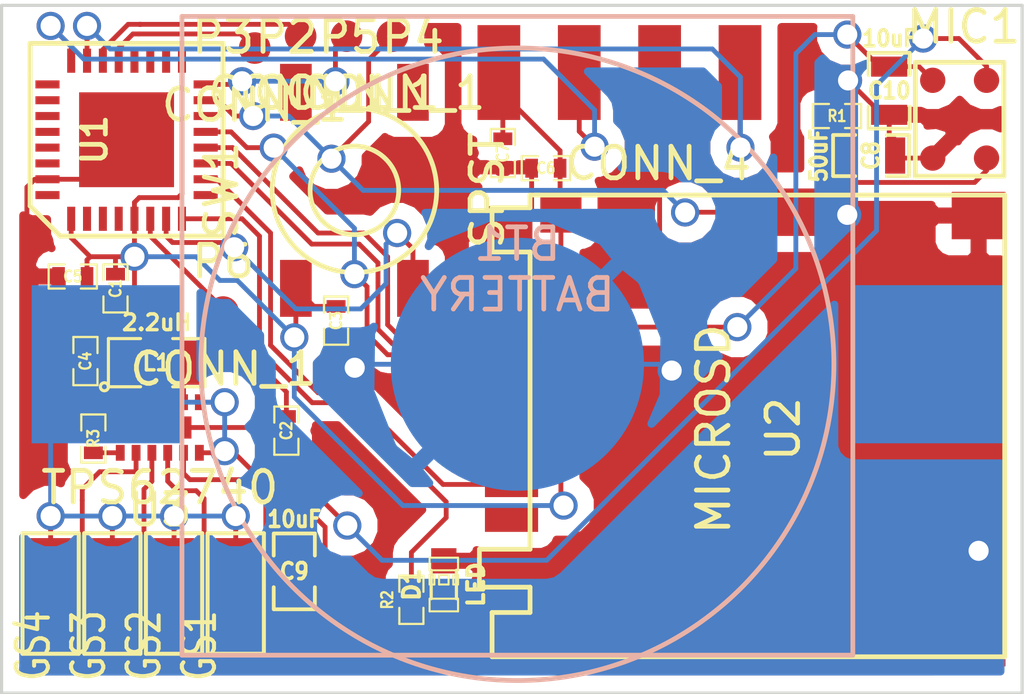
<source format=kicad_pcb>
(kicad_pcb (version 3) (host pcbnew "(2013-07-07 BZR 4022)-stable")

  (general
    (links 76)
    (no_connects 2)
    (area 215.994156 80.1476 259.153177 105.329401)
    (thickness 1.6)
    (drawings 4)
    (tracks 365)
    (zones 0)
    (modules 31)
    (nets 27)
  )

  (page A3)
  (layers
    (15 F.Cu signal)
    (0 B.Cu signal)
    (16 B.Adhes user)
    (17 F.Adhes user)
    (18 B.Paste user)
    (19 F.Paste user)
    (20 B.SilkS user)
    (21 F.SilkS user)
    (22 B.Mask user)
    (23 F.Mask user)
    (24 Dwgs.User user)
    (25 Cmts.User user)
    (26 Eco1.User user)
    (27 Eco2.User user)
    (28 Edge.Cuts user)
  )

  (setup
    (last_trace_width 0.1524)
    (trace_clearance 0.1524)
    (zone_clearance 0.508)
    (zone_45_only no)
    (trace_min 0.1524)
    (segment_width 0.2)
    (edge_width 0.1)
    (via_size 0.889)
    (via_drill 0.635)
    (via_min_size 0.889)
    (via_min_drill 0.508)
    (uvia_size 0.508)
    (uvia_drill 0.127)
    (uvias_allowed no)
    (uvia_min_size 0.508)
    (uvia_min_drill 0.127)
    (pcb_text_width 0.3)
    (pcb_text_size 1.5 1.5)
    (mod_edge_width 0.15)
    (mod_text_size 1 1)
    (mod_text_width 0.15)
    (pad_size 1.8 1)
    (pad_drill 0)
    (pad_to_mask_clearance 0)
    (aux_axis_origin 0 0)
    (visible_elements 7FFFFFFF)
    (pcbplotparams
      (layerselection 3178497)
      (usegerberextensions true)
      (excludeedgelayer true)
      (linewidth 0.150000)
      (plotframeref false)
      (viasonmask false)
      (mode 1)
      (useauxorigin false)
      (hpglpennumber 1)
      (hpglpenspeed 20)
      (hpglpendiameter 15)
      (hpglpenoverlay 2)
      (psnegative false)
      (psa4output false)
      (plotreference true)
      (plotvalue true)
      (plotothertext true)
      (plotinvisibletext false)
      (padsonsilk false)
      (subtractmaskfromsilk false)
      (outputformat 1)
      (mirror false)
      (drillshape 0)
      (scaleselection 1)
      (outputdirectory ""))
  )

  (net 0 "")
  (net 1 /MIC_OUT)
  (net 2 /SD_Detect)
  (net 3 /SPI1_MISO)
  (net 4 /SPI1_MOSI)
  (net 5 /SPI1_NSS)
  (net 6 /SPI1_SCK)
  (net 7 /SWCLK)
  (net 8 /SWDIO)
  (net 9 /VSEL1)
  (net 10 /VSEL2)
  (net 11 /VSEL3)
  (net 12 /VSEL4)
  (net 13 GND)
  (net 14 N-0000010)
  (net 15 N-0000012)
  (net 16 N-0000018)
  (net 17 N-0000019)
  (net 18 N-0000020)
  (net 19 N-0000021)
  (net 20 N-000005)
  (net 21 N-000006)
  (net 22 N-000007)
  (net 23 N-000008)
  (net 24 N-000009)
  (net 25 VCC)
  (net 26 VDD)

  (net_class Default "This is the default net class."
    (clearance 0.1524)
    (trace_width 0.1524)
    (via_dia 0.889)
    (via_drill 0.635)
    (uvia_dia 0.508)
    (uvia_drill 0.127)
    (add_net "")
    (add_net /MIC_OUT)
    (add_net /SD_Detect)
    (add_net /SPI1_MISO)
    (add_net /SPI1_MOSI)
    (add_net /SPI1_NSS)
    (add_net /SPI1_SCK)
    (add_net /SWCLK)
    (add_net /SWDIO)
    (add_net /VSEL1)
    (add_net /VSEL2)
    (add_net /VSEL3)
    (add_net /VSEL4)
    (add_net GND)
    (add_net N-0000010)
    (add_net N-0000012)
    (add_net N-0000018)
    (add_net N-0000019)
    (add_net N-0000020)
    (add_net N-0000021)
    (add_net N-000005)
    (add_net N-000006)
    (add_net N-000007)
    (add_net N-000008)
    (add_net N-000009)
    (add_net VCC)
    (add_net VDD)
  )

  (module PTS525SM10 (layer F.Cu) (tedit 53B452DF) (tstamp 53A9DBED)
    (at 232.15 89.6 90)
    (path /539CF6FA)
    (fp_text reference SW1 (at 0 -4.2 90) (layer F.SilkS)
      (effects (font (size 1 1) (thickness 0.15)))
    )
    (fp_text value SPST (at 0 4.2 90) (layer F.SilkS)
      (effects (font (size 1 1) (thickness 0.15)))
    )
    (fp_circle (center 0 0) (end 1.4 0) (layer F.SilkS) (width 0.15))
    (fp_circle (center 0 0) (end 2.6 0) (layer F.SilkS) (width 0.15))
    (pad 3 smd rect (at 3.1 1.85 90) (size 1.8 1)
      (layers F.Cu F.Paste F.Mask)
    )
    (pad 4 smd rect (at 3.1 -1.85 90) (size 1.8 1)
      (layers F.Cu F.Paste F.Mask)
    )
    (pad 1 smd rect (at -3.1 -1.85 90) (size 1.8 1)
      (layers F.Cu F.Paste F.Mask)
      (net 26 VDD)
    )
    (pad 2 smd rect (at -3.1 1.85 90) (size 1.8 1)
      (layers F.Cu F.Paste F.Mask)
      (net 19 N-0000021)
    )
  )

  (module SMTM2032   locked (layer B.Cu) (tedit 53B379FF) (tstamp 53B48F9C)
    (at 237.3 95.1 180)
    (path /539CB7D1)
    (fp_text reference BT1 (at 0 3.8 180) (layer B.SilkS)
      (effects (font (size 1 1) (thickness 0.15)) (justify mirror))
    )
    (fp_text value BATTERY (at 0 2.2 180) (layer B.SilkS)
      (effects (font (size 1 1) (thickness 0.15)) (justify mirror))
    )
    (fp_line (start -10.6 11) (end 10.6 11) (layer B.SilkS) (width 0.15))
    (fp_line (start 10.6 11) (end 10.6 -9.2) (layer B.SilkS) (width 0.15))
    (fp_line (start 10.6 -9.2) (end -10.6 -9.2) (layer B.SilkS) (width 0.15))
    (fp_line (start -10.6 -9.2) (end -10.6 11) (layer B.SilkS) (width 0.15))
    (fp_circle (center 0 0) (end 10 0.2) (layer B.SilkS) (width 0.15))
    (pad 2 smd circle (at 0 0 180) (size 8 8)
      (layers B.Cu B.Paste B.Mask)
      (net 13 GND)
    )
    (pad 1 smd rect (at 13 0 180) (size 4.7 5)
      (layers B.Cu B.Paste B.Mask)
      (net 25 VCC)
    )
    (pad 1 smd rect (at -13 0 180) (size 4.7 5)
      (layers B.Cu B.Paste B.Mask)
      (net 25 VCC)
    )
  )

  (module TP (layer F.Cu) (tedit 539CEF0C) (tstamp 53B49700)
    (at 228 93.45)
    (path /539CF44C)
    (fp_text reference P6 (at 0 -1.6) (layer F.SilkS)
      (effects (font (size 1 1) (thickness 0.15)))
    )
    (fp_text value CONN_1 (at 0 1.8) (layer F.SilkS)
      (effects (font (size 1 1) (thickness 0.15)))
    )
    (pad 1 connect circle (at 0 0) (size 1 1)
      (layers F.Cu F.Mask)
      (net 1 /MIC_OUT)
    )
  )

  (module TP (layer F.Cu) (tedit 53B8D1C4) (tstamp 53A9DAED)
    (at 231.9 84.725)
    (path /539CF24B)
    (fp_text reference P5 (at 0.1 0.025) (layer F.SilkS)
      (effects (font (size 1 1) (thickness 0.15)))
    )
    (fp_text value CONN_1 (at 0 1.8) (layer F.SilkS)
      (effects (font (size 1 1) (thickness 0.15)))
    )
    (pad 1 connect circle (at 0 0) (size 1 1)
      (layers F.Cu F.Mask)
      (net 16 N-0000018)
    )
  )

  (module TP (layer F.Cu) (tedit 53B8D1C6) (tstamp 53A9DAF2)
    (at 233.35 84.725)
    (path /539CF245)
    (fp_text reference P4 (at 0.65 0.025) (layer F.SilkS)
      (effects (font (size 1 1) (thickness 0.15)))
    )
    (fp_text value CONN_1 (at 0 1.8) (layer F.SilkS)
      (effects (font (size 1 1) (thickness 0.15)))
    )
    (pad 1 connect circle (at 0 0) (size 1 1)
      (layers F.Cu F.Mask)
      (net 2 /SD_Detect)
    )
  )

  (module TP (layer F.Cu) (tedit 53B8D1C0) (tstamp 53A9DAF7)
    (at 229 85.1)
    (path /539CF23F)
    (fp_text reference P3 (at -1 -0.35) (layer F.SilkS)
      (effects (font (size 1 1) (thickness 0.15)))
    )
    (fp_text value CONN_1 (at 0 1.8) (layer F.SilkS)
      (effects (font (size 1 1) (thickness 0.15)))
    )
    (pad 1 connect circle (at 0 0) (size 1 1)
      (layers F.Cu F.Mask)
      (net 17 N-0000019)
    )
  )

  (module TP (layer F.Cu) (tedit 53B8D1C2) (tstamp 53A9DAFC)
    (at 230.45 84.725)
    (path /539CF232)
    (fp_text reference P2 (at -0.45 0.025) (layer F.SilkS)
      (effects (font (size 1 1) (thickness 0.15)))
    )
    (fp_text value CONN_1 (at 0 1.8) (layer F.SilkS)
      (effects (font (size 1 1) (thickness 0.15)))
    )
    (pad 1 connect circle (at 0 0) (size 1 1)
      (layers F.Cu F.Mask)
      (net 18 N-0000020)
    )
  )

  (module SPU0414HR5H-SB (layer F.Cu) (tedit 53B8D10A) (tstamp 53A9DB08)
    (at 251.275 87.35)
    (path /539CB6C0)
    (fp_text reference MIC1 (at 0.127 -2.921) (layer F.SilkS)
      (effects (font (size 1 1) (thickness 0.15)))
    )
    (fp_text value SPU0414HR5H-SB (at -5.025 -3.1) (layer F.SilkS) hide
      (effects (font (size 1 1) (thickness 0.15)))
    )
    (fp_line (start -1.4 -1.8) (end 1.4 -1.8) (layer F.SilkS) (width 0.15))
    (fp_line (start 1.4 -1.8) (end 1.4 1.8) (layer F.SilkS) (width 0.15))
    (fp_line (start 1.4 1.8) (end -1.4 1.8) (layer F.SilkS) (width 0.15))
    (fp_line (start -1.4 1.8) (end -1.4 -1.8) (layer F.SilkS) (width 0.15))
    (pad 3 smd circle (at 0.85 1.23) (size 0.8 0.8)
      (layers F.Cu F.Paste F.Mask)
      (net 14 N-0000010)
    )
    (pad 4 smd circle (at 0.85 -1.23) (size 0.8 0.8)
      (layers F.Cu F.Paste F.Mask)
      (net 24 N-000009)
    )
    (pad 1 smd circle (at -0.85 -1.23) (size 0.8 0.8)
      (layers F.Cu F.Paste F.Mask)
      (net 26 VDD)
    )
    (pad 2 smd circle (at -0.85 1.23) (size 0.8 0.8)
      (layers F.Cu F.Paste F.Mask)
      (net 13 GND)
    )
  )

  (module SM0805 (layer F.Cu) (tedit 53AA1245) (tstamp 53A9DB1C)
    (at 225.9 95.05)
    (path /539CC420)
    (attr smd)
    (fp_text reference L1 (at 0 0) (layer F.SilkS)
      (effects (font (size 0.50038 0.50038) (thickness 0.10922)))
    )
    (fp_text value 2.2uH (at 0 -1.27) (layer F.SilkS)
      (effects (font (size 0.50038 0.50038) (thickness 0.10922)))
    )
    (fp_circle (center -1.651 0.762) (end -1.651 0.635) (layer F.SilkS) (width 0.09906))
    (fp_line (start -0.508 0.762) (end -1.524 0.762) (layer F.SilkS) (width 0.09906))
    (fp_line (start -1.524 0.762) (end -1.524 -0.762) (layer F.SilkS) (width 0.09906))
    (fp_line (start -1.524 -0.762) (end -0.508 -0.762) (layer F.SilkS) (width 0.09906))
    (fp_line (start 0.508 -0.762) (end 1.524 -0.762) (layer F.SilkS) (width 0.09906))
    (fp_line (start 1.524 -0.762) (end 1.524 0.762) (layer F.SilkS) (width 0.09906))
    (fp_line (start 1.524 0.762) (end 0.508 0.762) (layer F.SilkS) (width 0.09906))
    (pad 1 smd rect (at -0.9525 0) (size 0.889 1.397)
      (layers F.Cu F.Paste F.Mask)
      (net 26 VDD)
    )
    (pad 2 smd rect (at 0.9525 0) (size 0.889 1.397)
      (layers F.Cu F.Paste F.Mask)
      (net 20 N-000005)
    )
    (model smd/chip_cms.wrl
      (at (xyz 0 0 0))
      (scale (xyz 0.1 0.1 0.1))
      (rotate (xyz 0 0 0))
    )
  )

  (module SM0603_Capa (layer F.Cu) (tedit 5051B1EC) (tstamp 53A9DB28)
    (at 248.475 88.5)
    (path /539CE396)
    (attr smd)
    (fp_text reference C8 (at 0 0 90) (layer F.SilkS)
      (effects (font (size 0.508 0.4572) (thickness 0.1143)))
    )
    (fp_text value 50uF (at -1.651 0 90) (layer F.SilkS)
      (effects (font (size 0.508 0.4572) (thickness 0.1143)))
    )
    (fp_line (start 0.50038 0.65024) (end 1.19888 0.65024) (layer F.SilkS) (width 0.11938))
    (fp_line (start -0.50038 0.65024) (end -1.19888 0.65024) (layer F.SilkS) (width 0.11938))
    (fp_line (start 0.50038 -0.65024) (end 1.19888 -0.65024) (layer F.SilkS) (width 0.11938))
    (fp_line (start -1.19888 -0.65024) (end -0.50038 -0.65024) (layer F.SilkS) (width 0.11938))
    (fp_line (start 1.19888 -0.635) (end 1.19888 0.635) (layer F.SilkS) (width 0.11938))
    (fp_line (start -1.19888 0.635) (end -1.19888 -0.635) (layer F.SilkS) (width 0.11938))
    (pad 1 smd rect (at -0.762 0) (size 0.635 1.143)
      (layers F.Cu F.Paste F.Mask)
      (net 15 N-0000012)
    )
    (pad 2 smd rect (at 0.762 0) (size 0.635 1.143)
      (layers F.Cu F.Paste F.Mask)
      (net 13 GND)
    )
    (model smd\capacitors\C0603.wrl
      (at (xyz 0 0 0.001))
      (scale (xyz 0.5 0.5 0.5))
      (rotate (xyz 0 0 0))
    )
  )

  (module SM0603_Capa (layer F.Cu) (tedit 5051B1EC) (tstamp 53A9DB34)
    (at 249.05 86.45 270)
    (path /539CC529)
    (attr smd)
    (fp_text reference C10 (at 0 0 360) (layer F.SilkS)
      (effects (font (size 0.508 0.4572) (thickness 0.1143)))
    )
    (fp_text value 10uF (at -1.651 0 360) (layer F.SilkS)
      (effects (font (size 0.508 0.4572) (thickness 0.1143)))
    )
    (fp_line (start 0.50038 0.65024) (end 1.19888 0.65024) (layer F.SilkS) (width 0.11938))
    (fp_line (start -0.50038 0.65024) (end -1.19888 0.65024) (layer F.SilkS) (width 0.11938))
    (fp_line (start 0.50038 -0.65024) (end 1.19888 -0.65024) (layer F.SilkS) (width 0.11938))
    (fp_line (start -1.19888 -0.65024) (end -0.50038 -0.65024) (layer F.SilkS) (width 0.11938))
    (fp_line (start 1.19888 -0.635) (end 1.19888 0.635) (layer F.SilkS) (width 0.11938))
    (fp_line (start -1.19888 0.635) (end -1.19888 -0.635) (layer F.SilkS) (width 0.11938))
    (pad 1 smd rect (at -0.762 0 270) (size 0.635 1.143)
      (layers F.Cu F.Paste F.Mask)
      (net 26 VDD)
    )
    (pad 2 smd rect (at 0.762 0 270) (size 0.635 1.143)
      (layers F.Cu F.Paste F.Mask)
      (net 13 GND)
    )
    (model smd\capacitors\C0603.wrl
      (at (xyz 0 0 0.001))
      (scale (xyz 0.5 0.5 0.5))
      (rotate (xyz 0 0 0))
    )
  )

  (module SM0603_Capa (layer F.Cu) (tedit 5051B1EC) (tstamp 53A9DB40)
    (at 230.25 101.65 270)
    (path /539CC517)
    (attr smd)
    (fp_text reference C9 (at 0 0 360) (layer F.SilkS)
      (effects (font (size 0.508 0.4572) (thickness 0.1143)))
    )
    (fp_text value 10uF (at -1.651 0 360) (layer F.SilkS)
      (effects (font (size 0.508 0.4572) (thickness 0.1143)))
    )
    (fp_line (start 0.50038 0.65024) (end 1.19888 0.65024) (layer F.SilkS) (width 0.11938))
    (fp_line (start -0.50038 0.65024) (end -1.19888 0.65024) (layer F.SilkS) (width 0.11938))
    (fp_line (start 0.50038 -0.65024) (end 1.19888 -0.65024) (layer F.SilkS) (width 0.11938))
    (fp_line (start -1.19888 -0.65024) (end -0.50038 -0.65024) (layer F.SilkS) (width 0.11938))
    (fp_line (start 1.19888 -0.635) (end 1.19888 0.635) (layer F.SilkS) (width 0.11938))
    (fp_line (start -1.19888 0.635) (end -1.19888 -0.635) (layer F.SilkS) (width 0.11938))
    (pad 1 smd rect (at -0.762 0 270) (size 0.635 1.143)
      (layers F.Cu F.Paste F.Mask)
      (net 25 VCC)
    )
    (pad 2 smd rect (at 0.762 0 270) (size 0.635 1.143)
      (layers F.Cu F.Paste F.Mask)
      (net 13 GND)
    )
    (model smd\capacitors\C0603.wrl
      (at (xyz 0 0 0.001))
      (scale (xyz 0.5 0.5 0.5))
      (rotate (xyz 0 0 0))
    )
  )

  (module SM0402_r (layer F.Cu) (tedit 53AA1920) (tstamp 53A9DB4C)
    (at 233.95 102.55 90)
    (path /539CE5E0)
    (attr smd)
    (fp_text reference R2 (at 0 -0.762 90) (layer F.SilkS)
      (effects (font (size 0.35052 0.3048) (thickness 0.07112)))
    )
    (fp_text value R (at 0.09906 0 90) (layer F.SilkS) hide
      (effects (font (size 0.35052 0.3048) (thickness 0.07112)))
    )
    (fp_line (start -0.254 -0.381) (end -0.762 -0.381) (layer F.SilkS) (width 0.07112))
    (fp_line (start -0.762 -0.381) (end -0.762 0.381) (layer F.SilkS) (width 0.07112))
    (fp_line (start -0.762 0.381) (end -0.254 0.381) (layer F.SilkS) (width 0.07112))
    (fp_line (start 0.254 -0.381) (end 0.762 -0.381) (layer F.SilkS) (width 0.07112))
    (fp_line (start 0.762 -0.381) (end 0.762 0.381) (layer F.SilkS) (width 0.07112))
    (fp_line (start 0.762 0.381) (end 0.254 0.381) (layer F.SilkS) (width 0.07112))
    (pad 1 smd rect (at -0.44958 0 90) (size 0.39878 0.59944)
      (layers F.Cu F.Paste F.Mask)
      (net 22 N-000007)
    )
    (pad 2 smd rect (at 0.44958 0 90) (size 0.39878 0.59944)
      (layers F.Cu F.Paste F.Mask)
      (net 23 N-000008)
    )
    (model smd/resistors/R0402.wrl
      (at (xyz 0 0 0))
      (scale (xyz 0.27 0.27 0.27))
      (rotate (xyz 0 0 0))
    )
  )

  (module SM0402_r (layer F.Cu) (tedit 5141C458) (tstamp 53A9DB58)
    (at 247.4 87.25)
    (path /539CE387)
    (attr smd)
    (fp_text reference R1 (at 0 0) (layer F.SilkS)
      (effects (font (size 0.35052 0.3048) (thickness 0.07112)))
    )
    (fp_text value R (at 0.09906 0) (layer F.SilkS) hide
      (effects (font (size 0.35052 0.3048) (thickness 0.07112)))
    )
    (fp_line (start -0.254 -0.381) (end -0.762 -0.381) (layer F.SilkS) (width 0.07112))
    (fp_line (start -0.762 -0.381) (end -0.762 0.381) (layer F.SilkS) (width 0.07112))
    (fp_line (start -0.762 0.381) (end -0.254 0.381) (layer F.SilkS) (width 0.07112))
    (fp_line (start 0.254 -0.381) (end 0.762 -0.381) (layer F.SilkS) (width 0.07112))
    (fp_line (start 0.762 -0.381) (end 0.762 0.381) (layer F.SilkS) (width 0.07112))
    (fp_line (start 0.762 0.381) (end 0.254 0.381) (layer F.SilkS) (width 0.07112))
    (pad 1 smd rect (at -0.44958 0) (size 0.39878 0.59944)
      (layers F.Cu F.Paste F.Mask)
      (net 14 N-0000010)
    )
    (pad 2 smd rect (at 0.44958 0) (size 0.39878 0.59944)
      (layers F.Cu F.Paste F.Mask)
      (net 15 N-0000012)
    )
    (model smd/resistors/R0402.wrl
      (at (xyz 0 0 0))
      (scale (xyz 0.27 0.27 0.27))
      (rotate (xyz 0 0 0))
    )
  )

  (module SM0402_r (layer F.Cu) (tedit 5141C458) (tstamp 53A9DB64)
    (at 223.9 97.45 270)
    (path /539CC24A)
    (attr smd)
    (fp_text reference R3 (at 0 0 270) (layer F.SilkS)
      (effects (font (size 0.35052 0.3048) (thickness 0.07112)))
    )
    (fp_text value 1000K (at 0.09906 0 270) (layer F.SilkS) hide
      (effects (font (size 0.35052 0.3048) (thickness 0.07112)))
    )
    (fp_line (start -0.254 -0.381) (end -0.762 -0.381) (layer F.SilkS) (width 0.07112))
    (fp_line (start -0.762 -0.381) (end -0.762 0.381) (layer F.SilkS) (width 0.07112))
    (fp_line (start -0.762 0.381) (end -0.254 0.381) (layer F.SilkS) (width 0.07112))
    (fp_line (start 0.254 -0.381) (end 0.762 -0.381) (layer F.SilkS) (width 0.07112))
    (fp_line (start 0.762 -0.381) (end 0.762 0.381) (layer F.SilkS) (width 0.07112))
    (fp_line (start 0.762 0.381) (end 0.254 0.381) (layer F.SilkS) (width 0.07112))
    (pad 1 smd rect (at -0.44958 0 270) (size 0.39878 0.59944)
      (layers F.Cu F.Paste F.Mask)
      (net 26 VDD)
    )
    (pad 2 smd rect (at 0.44958 0 270) (size 0.39878 0.59944)
      (layers F.Cu F.Paste F.Mask)
      (net 21 N-000006)
    )
    (model smd/resistors/R0402.wrl
      (at (xyz 0 0 0))
      (scale (xyz 0.27 0.27 0.27))
      (rotate (xyz 0 0 0))
    )
  )

  (module SM0402_c (layer F.Cu) (tedit 53A9E644) (tstamp 53A9DB70)
    (at 230 97.2 90)
    (path /539CE4EB)
    (attr smd)
    (fp_text reference C2 (at 0 0 90) (layer F.SilkS)
      (effects (font (size 0.35052 0.3048) (thickness 0.07112)))
    )
    (fp_text value C (at 0 -0.762 90) (layer F.SilkS) hide
      (effects (font (size 0.35052 0.3048) (thickness 0.07112)))
    )
    (fp_line (start -0.254 -0.381) (end -0.762 -0.381) (layer F.SilkS) (width 0.07112))
    (fp_line (start -0.762 -0.381) (end -0.762 0.381) (layer F.SilkS) (width 0.07112))
    (fp_line (start -0.762 0.381) (end -0.254 0.381) (layer F.SilkS) (width 0.07112))
    (fp_line (start 0.254 -0.381) (end 0.762 -0.381) (layer F.SilkS) (width 0.07112))
    (fp_line (start 0.762 -0.381) (end 0.762 0.381) (layer F.SilkS) (width 0.07112))
    (fp_line (start 0.762 0.381) (end 0.254 0.381) (layer F.SilkS) (width 0.07112))
    (pad 1 smd rect (at -0.44958 0 90) (size 0.39878 0.59944)
      (layers F.Cu F.Paste F.Mask)
      (net 24 N-000009)
    )
    (pad 2 smd rect (at 0.44958 0 90) (size 0.39878 0.59944)
      (layers F.Cu F.Paste F.Mask)
      (net 1 /MIC_OUT)
    )
    (model smd/capacitors/C0402.wrl
      (at (xyz 0 0 0))
      (scale (xyz 0.27 0.27 0.27))
      (rotate (xyz 0 0 0))
    )
  )

  (module SM0402_c (layer F.Cu) (tedit 516FD0AE) (tstamp 53A9DB7C)
    (at 223.65 95 270)
    (path /539CEB5A)
    (attr smd)
    (fp_text reference C4 (at 0 0 270) (layer F.SilkS)
      (effects (font (size 0.35052 0.3048) (thickness 0.07112)))
    )
    (fp_text value C (at 0.09906 0 270) (layer F.SilkS) hide
      (effects (font (size 0.35052 0.3048) (thickness 0.07112)))
    )
    (fp_line (start -0.254 -0.381) (end -0.762 -0.381) (layer F.SilkS) (width 0.07112))
    (fp_line (start -0.762 -0.381) (end -0.762 0.381) (layer F.SilkS) (width 0.07112))
    (fp_line (start -0.762 0.381) (end -0.254 0.381) (layer F.SilkS) (width 0.07112))
    (fp_line (start 0.254 -0.381) (end 0.762 -0.381) (layer F.SilkS) (width 0.07112))
    (fp_line (start 0.762 -0.381) (end 0.762 0.381) (layer F.SilkS) (width 0.07112))
    (fp_line (start 0.762 0.381) (end 0.254 0.381) (layer F.SilkS) (width 0.07112))
    (pad 1 smd rect (at -0.44958 0 270) (size 0.39878 0.59944)
      (layers F.Cu F.Paste F.Mask)
      (net 26 VDD)
    )
    (pad 2 smd rect (at 0.44958 0 270) (size 0.39878 0.59944)
      (layers F.Cu F.Paste F.Mask)
      (net 13 GND)
    )
    (model smd/capacitors/C0402.wrl
      (at (xyz 0 0 0))
      (scale (xyz 0.27 0.27 0.27))
      (rotate (xyz 0 0 0))
    )
  )

  (module SM0402_c (layer F.Cu) (tedit 516FD0AE) (tstamp 53A9DB88)
    (at 231.57 93.72 270)
    (path /539CEB4D)
    (attr smd)
    (fp_text reference C3 (at 0 0 270) (layer F.SilkS)
      (effects (font (size 0.35052 0.3048) (thickness 0.07112)))
    )
    (fp_text value C (at 0.09906 0 270) (layer F.SilkS) hide
      (effects (font (size 0.35052 0.3048) (thickness 0.07112)))
    )
    (fp_line (start -0.254 -0.381) (end -0.762 -0.381) (layer F.SilkS) (width 0.07112))
    (fp_line (start -0.762 -0.381) (end -0.762 0.381) (layer F.SilkS) (width 0.07112))
    (fp_line (start -0.762 0.381) (end -0.254 0.381) (layer F.SilkS) (width 0.07112))
    (fp_line (start 0.254 -0.381) (end 0.762 -0.381) (layer F.SilkS) (width 0.07112))
    (fp_line (start 0.762 -0.381) (end 0.762 0.381) (layer F.SilkS) (width 0.07112))
    (fp_line (start 0.762 0.381) (end 0.254 0.381) (layer F.SilkS) (width 0.07112))
    (pad 1 smd rect (at -0.44958 0 270) (size 0.39878 0.59944)
      (layers F.Cu F.Paste F.Mask)
      (net 26 VDD)
    )
    (pad 2 smd rect (at 0.44958 0 270) (size 0.39878 0.59944)
      (layers F.Cu F.Paste F.Mask)
      (net 13 GND)
    )
    (model smd/capacitors/C0402.wrl
      (at (xyz 0 0 0))
      (scale (xyz 0.27 0.27 0.27))
      (rotate (xyz 0 0 0))
    )
  )

  (module SM0402_c (layer F.Cu) (tedit 516FD0AE) (tstamp 53A9DB94)
    (at 224.6 92.7 270)
    (path /539CD3F5)
    (attr smd)
    (fp_text reference C1 (at 0 0 270) (layer F.SilkS)
      (effects (font (size 0.35052 0.3048) (thickness 0.07112)))
    )
    (fp_text value C (at 0.09906 0 270) (layer F.SilkS) hide
      (effects (font (size 0.35052 0.3048) (thickness 0.07112)))
    )
    (fp_line (start -0.254 -0.381) (end -0.762 -0.381) (layer F.SilkS) (width 0.07112))
    (fp_line (start -0.762 -0.381) (end -0.762 0.381) (layer F.SilkS) (width 0.07112))
    (fp_line (start -0.762 0.381) (end -0.254 0.381) (layer F.SilkS) (width 0.07112))
    (fp_line (start 0.254 -0.381) (end 0.762 -0.381) (layer F.SilkS) (width 0.07112))
    (fp_line (start 0.762 -0.381) (end 0.762 0.381) (layer F.SilkS) (width 0.07112))
    (fp_line (start 0.762 0.381) (end 0.254 0.381) (layer F.SilkS) (width 0.07112))
    (pad 1 smd rect (at -0.44958 0 270) (size 0.39878 0.59944)
      (layers F.Cu F.Paste F.Mask)
      (net 26 VDD)
    )
    (pad 2 smd rect (at 0.44958 0 270) (size 0.39878 0.59944)
      (layers F.Cu F.Paste F.Mask)
      (net 13 GND)
    )
    (model smd/capacitors/C0402.wrl
      (at (xyz 0 0 0))
      (scale (xyz 0.27 0.27 0.27))
      (rotate (xyz 0 0 0))
    )
  )

  (module SM0402_c (layer F.Cu) (tedit 516FD0AE) (tstamp 53A9DBA0)
    (at 223.25 92.325 180)
    (path /539CEB60)
    (attr smd)
    (fp_text reference C5 (at 0 0 180) (layer F.SilkS)
      (effects (font (size 0.35052 0.3048) (thickness 0.07112)))
    )
    (fp_text value C (at 0.09906 0 180) (layer F.SilkS) hide
      (effects (font (size 0.35052 0.3048) (thickness 0.07112)))
    )
    (fp_line (start -0.254 -0.381) (end -0.762 -0.381) (layer F.SilkS) (width 0.07112))
    (fp_line (start -0.762 -0.381) (end -0.762 0.381) (layer F.SilkS) (width 0.07112))
    (fp_line (start -0.762 0.381) (end -0.254 0.381) (layer F.SilkS) (width 0.07112))
    (fp_line (start 0.254 -0.381) (end 0.762 -0.381) (layer F.SilkS) (width 0.07112))
    (fp_line (start 0.762 -0.381) (end 0.762 0.381) (layer F.SilkS) (width 0.07112))
    (fp_line (start 0.762 0.381) (end 0.254 0.381) (layer F.SilkS) (width 0.07112))
    (pad 1 smd rect (at -0.44958 0 180) (size 0.39878 0.59944)
      (layers F.Cu F.Paste F.Mask)
      (net 26 VDD)
    )
    (pad 2 smd rect (at 0.44958 0 180) (size 0.39878 0.59944)
      (layers F.Cu F.Paste F.Mask)
      (net 13 GND)
    )
    (model smd/capacitors/C0402.wrl
      (at (xyz 0 0 0))
      (scale (xyz 0.27 0.27 0.27))
      (rotate (xyz 0 0 0))
    )
  )

  (module SM0402_c (layer F.Cu) (tedit 516FD0AE) (tstamp 53A9DBAC)
    (at 238.2 88.9 180)
    (path /539CEB66)
    (attr smd)
    (fp_text reference C6 (at 0 0 180) (layer F.SilkS)
      (effects (font (size 0.35052 0.3048) (thickness 0.07112)))
    )
    (fp_text value C (at 0.09906 0 180) (layer F.SilkS) hide
      (effects (font (size 0.35052 0.3048) (thickness 0.07112)))
    )
    (fp_line (start -0.254 -0.381) (end -0.762 -0.381) (layer F.SilkS) (width 0.07112))
    (fp_line (start -0.762 -0.381) (end -0.762 0.381) (layer F.SilkS) (width 0.07112))
    (fp_line (start -0.762 0.381) (end -0.254 0.381) (layer F.SilkS) (width 0.07112))
    (fp_line (start 0.254 -0.381) (end 0.762 -0.381) (layer F.SilkS) (width 0.07112))
    (fp_line (start 0.762 -0.381) (end 0.762 0.381) (layer F.SilkS) (width 0.07112))
    (fp_line (start 0.762 0.381) (end 0.254 0.381) (layer F.SilkS) (width 0.07112))
    (pad 1 smd rect (at -0.44958 0 180) (size 0.39878 0.59944)
      (layers F.Cu F.Paste F.Mask)
      (net 26 VDD)
    )
    (pad 2 smd rect (at 0.44958 0 180) (size 0.39878 0.59944)
      (layers F.Cu F.Paste F.Mask)
      (net 13 GND)
    )
    (model smd/capacitors/C0402.wrl
      (at (xyz 0 0 0))
      (scale (xyz 0.27 0.27 0.27))
      (rotate (xyz 0 0 0))
    )
  )

  (module SM0402_c (layer F.Cu) (tedit 516FD0AE) (tstamp 53A9DBB8)
    (at 236.84 88.42 270)
    (path /539CEB6C)
    (attr smd)
    (fp_text reference C7 (at 0 0 270) (layer F.SilkS)
      (effects (font (size 0.35052 0.3048) (thickness 0.07112)))
    )
    (fp_text value C (at 0.09906 0 270) (layer F.SilkS) hide
      (effects (font (size 0.35052 0.3048) (thickness 0.07112)))
    )
    (fp_line (start -0.254 -0.381) (end -0.762 -0.381) (layer F.SilkS) (width 0.07112))
    (fp_line (start -0.762 -0.381) (end -0.762 0.381) (layer F.SilkS) (width 0.07112))
    (fp_line (start -0.762 0.381) (end -0.254 0.381) (layer F.SilkS) (width 0.07112))
    (fp_line (start 0.254 -0.381) (end 0.762 -0.381) (layer F.SilkS) (width 0.07112))
    (fp_line (start 0.762 -0.381) (end 0.762 0.381) (layer F.SilkS) (width 0.07112))
    (fp_line (start 0.762 0.381) (end 0.254 0.381) (layer F.SilkS) (width 0.07112))
    (pad 1 smd rect (at -0.44958 0 270) (size 0.39878 0.59944)
      (layers F.Cu F.Paste F.Mask)
      (net 26 VDD)
    )
    (pad 2 smd rect (at 0.44958 0 270) (size 0.39878 0.59944)
      (layers F.Cu F.Paste F.Mask)
      (net 13 GND)
    )
    (model smd/capacitors/C0402.wrl
      (at (xyz 0 0 0))
      (scale (xyz 0.27 0.27 0.27))
      (rotate (xyz 0 0 0))
    )
  )

  (module QFN32 (layer F.Cu) (tedit 53B8D146) (tstamp 53B490A9)
    (at 224.95 88 90)
    (descr "Support CMS Plcc 32 pins")
    (tags "CMS Plcc")
    (path /53988104)
    (attr smd)
    (fp_text reference U1 (at 0 -1.016 90) (layer F.SilkS)
      (effects (font (size 0.762 0.762) (thickness 0.1524)))
    )
    (fp_text value STM32L051-32QFN (at -0.75 -3.2 90) (layer F.SilkS) hide
      (effects (font (size 0.762 0.762) (thickness 0.1524)))
    )
    (fp_line (start -2.0955 -3.048) (end 2.0955 -3.048) (layer F.SilkS) (width 0.1524))
    (fp_line (start 2.0955 -3.048) (end 3.048 -3.048) (layer F.SilkS) (width 0.1524))
    (fp_line (start 3.048 -3.048) (end 3.048 3.048) (layer F.SilkS) (width 0.1524))
    (fp_line (start 3.048 3.048) (end -3.048 3.048) (layer F.SilkS) (width 0.1524))
    (fp_line (start -3.048 3.048) (end -3.048 -2.0955) (layer F.SilkS) (width 0.1524))
    (fp_line (start -3.048 -2.0955) (end -2.0955 -3.048) (layer F.SilkS) (width 0.1524))
    (pad 31 smd rect (at -1.24968 -2.49936 90) (size 0.254 0.762)
      (layers F.Cu F.Paste F.Mask)
      (net 13 GND)
    )
    (pad 30 smd rect (at -0.7493 -2.49936 90) (size 0.254 0.762)
      (layers F.Cu F.Paste F.Mask)
    )
    (pad 29 smd rect (at -0.24892 -2.49936 90) (size 0.254 0.762)
      (layers F.Cu F.Paste F.Mask)
    )
    (pad 32 smd rect (at -1.75006 -2.49936 90) (size 0.254 0.762)
      (layers F.Cu F.Paste F.Mask)
    )
    (pad 1 smd rect (at -2.49936 -1.75006 180) (size 0.254 0.762)
      (layers F.Cu F.Paste F.Mask)
      (net 26 VDD)
    )
    (pad 2 smd rect (at -2.49936 -1.24968 180) (size 0.254 0.762)
      (layers F.Cu F.Paste F.Mask)
    )
    (pad 3 smd rect (at -2.49936 -0.7493 180) (size 0.254 0.762)
      (layers F.Cu F.Paste F.Mask)
    )
    (pad 4 smd rect (at -2.49936 -0.24892 180) (size 0.254 0.762)
      (layers F.Cu F.Paste F.Mask)
    )
    (pad 5 smd rect (at -2.49936 0.24892 180) (size 0.254 0.762)
      (layers F.Cu F.Paste F.Mask)
      (net 26 VDD)
    )
    (pad 6 smd rect (at -2.49936 0.7493 180) (size 0.254 0.762)
      (layers F.Cu F.Paste F.Mask)
      (net 1 /MIC_OUT)
    )
    (pad 7 smd rect (at -2.49936 1.24968 180) (size 0.254 0.762)
      (layers F.Cu F.Paste F.Mask)
      (net 19 N-0000021)
    )
    (pad 8 smd rect (at -2.49936 1.75006 180) (size 0.254 0.762)
      (layers F.Cu F.Paste F.Mask)
      (net 23 N-000008)
    )
    (pad 16 smd rect (at 1.75006 2.49936 90) (size 0.254 0.762)
      (layers F.Cu F.Paste F.Mask)
      (net 16 N-0000018)
    )
    (pad 9 smd rect (at -1.75006 2.49936 90) (size 0.254 0.762)
      (layers F.Cu F.Paste F.Mask)
    )
    (pad 10 smd rect (at -1.24968 2.49936 90) (size 0.254 0.762)
      (layers F.Cu F.Paste F.Mask)
      (net 5 /SPI1_NSS)
    )
    (pad 11 smd rect (at -0.7493 2.49936 90) (size 0.254 0.762)
      (layers F.Cu F.Paste F.Mask)
      (net 6 /SPI1_SCK)
    )
    (pad 12 smd rect (at -0.24892 2.49936 90) (size 0.254 0.762)
      (layers F.Cu F.Paste F.Mask)
      (net 3 /SPI1_MISO)
    )
    (pad 13 smd rect (at 0.24892 2.49936 90) (size 0.254 0.762)
      (layers F.Cu F.Paste F.Mask)
      (net 4 /SPI1_MOSI)
    )
    (pad 14 smd rect (at 0.7493 2.49936 90) (size 0.254 0.762)
      (layers F.Cu F.Paste F.Mask)
    )
    (pad 15 smd rect (at 1.24968 2.49936 90) (size 0.254 0.762)
      (layers F.Cu F.Paste F.Mask)
      (net 2 /SD_Detect)
    )
    (pad 17 smd rect (at 2.49936 1.75006 180) (size 0.254 0.762)
      (layers F.Cu F.Paste F.Mask)
      (net 26 VDD)
    )
    (pad 18 smd rect (at 2.49936 1.24968 180) (size 0.254 0.762)
      (layers F.Cu F.Paste F.Mask)
    )
    (pad 19 smd rect (at 2.49936 0.7493 180) (size 0.254 0.762)
      (layers F.Cu F.Paste F.Mask)
    )
    (pad 20 smd rect (at 2.49936 0.24892 180) (size 0.254 0.762)
      (layers F.Cu F.Paste F.Mask)
    )
    (pad 21 smd rect (at 2.49936 -0.24892 180) (size 0.254 0.762)
      (layers F.Cu F.Paste F.Mask)
      (net 17 N-0000019)
    )
    (pad 22 smd rect (at 2.49936 -0.7493 180) (size 0.254 0.762)
      (layers F.Cu F.Paste F.Mask)
      (net 18 N-0000020)
    )
    (pad 23 smd rect (at 2.49936 -1.24968 180) (size 0.254 0.762)
      (layers F.Cu F.Paste F.Mask)
      (net 8 /SWDIO)
    )
    (pad 24 smd rect (at 2.49936 -1.75006 180) (size 0.254 0.762)
      (layers F.Cu F.Paste F.Mask)
      (net 7 /SWCLK)
    )
    (pad 25 smd rect (at 1.75006 -2.49936 90) (size 0.254 0.762)
      (layers F.Cu F.Paste F.Mask)
    )
    (pad 26 smd rect (at 1.24968 -2.49936 90) (size 0.254 0.762)
      (layers F.Cu F.Paste F.Mask)
    )
    (pad 27 smd rect (at 0.7493 -2.49936 90) (size 0.254 0.762)
      (layers F.Cu F.Paste F.Mask)
    )
    (pad 28 smd rect (at 0.24892 -2.49936 90) (size 0.254 0.762)
      (layers F.Cu F.Paste F.Mask)
    )
    (pad 33 smd rect (at 0 0 90) (size 2.99974 2.99974)
      (layers F.Cu F.Paste F.Mask)
      (net 13 GND)
    )
  )

  (module MicroSD (layer F.Cu) (tedit 539D0CFC) (tstamp 53A9DC1A)
    (at 244.5 97.15 270)
    (path /539CBD26)
    (fp_text reference U2 (at 0 -1.2 270) (layer F.SilkS)
      (effects (font (size 1 1) (thickness 0.15)))
    )
    (fp_text value MICROSD (at 0 1 270) (layer F.SilkS)
      (effects (font (size 1 1) (thickness 0.15)))
    )
    (fp_line (start 5 8.4) (end 5 6.8) (layer F.SilkS) (width 0.15))
    (fp_line (start 5 6.8) (end 5.8 6.8) (layer F.SilkS) (width 0.15))
    (fp_line (start 5.8 6.8) (end 5.8 8) (layer F.SilkS) (width 0.15))
    (fp_line (start 5.8 8) (end 7.2 8) (layer F.SilkS) (width 0.15))
    (fp_line (start 7.2 8) (end 7.2 -8.2) (layer F.SilkS) (width 0.15))
    (fp_line (start -7.4 -8.2) (end 7.2 -8.2) (layer F.SilkS) (width 0.15))
    (fp_line (start 5 8.4) (end 3.8 8.4) (layer F.SilkS) (width 0.15))
    (fp_line (start 3.8 8.4) (end 3.8 6.8) (layer F.SilkS) (width 0.15))
    (fp_line (start 3.8 6.8) (end -5.4 6.8) (layer F.SilkS) (width 0.15))
    (fp_line (start -5.4 6.8) (end -5.6 6.8) (layer F.SilkS) (width 0.15))
    (fp_line (start -5.6 6.8) (end -5.6 8) (layer F.SilkS) (width 0.15))
    (fp_line (start -5.6 8) (end -7 8) (layer F.SilkS) (width 0.15))
    (fp_line (start -7 8) (end -7 6.8) (layer F.SilkS) (width 0.15))
    (fp_line (start -7 6.8) (end -7.4 6.8) (layer F.SilkS) (width 0.15))
    (fp_line (start -7.4 6.8) (end -7.4 -8.2) (layer F.SilkS) (width 0.15))
    (pad 11 smd rect (at -6.753 -7.375 270) (size 1.5 1.7)
      (layers F.Cu F.Paste F.Mask)
      (net 13 GND)
    )
    (pad 11 smd rect (at 6.753 -7.375 270) (size 1.5 1.7)
      (layers F.Cu F.Paste F.Mask)
      (net 13 GND)
    )
    (pad 11 smd rect (at 6.447 7.475 270) (size 1.7 1.5)
      (layers F.Cu F.Paste F.Mask)
      (net 13 GND)
    )
    (pad 11 smd rect (at -6.249 7.475 270) (size 1.6 1.5)
      (layers F.Cu F.Paste F.Mask)
      (net 13 GND)
    )
    (pad 9 smd rect (at -6.858 5.825 270) (size 1.29 1.3)
      (layers F.Cu F.Paste F.Mask)
      (net 26 VDD)
    )
    (pad 10 smd rect (at -6.858 -1.575 270) (size 1.5 1.4)
      (layers F.Cu F.Paste F.Mask)
      (net 2 /SD_Detect)
    )
    (pad 8 smd rect (at -4.849 7.385 270) (size 0.8 1.68)
      (layers F.Cu F.Paste F.Mask)
    )
    (pad 7 smd rect (at -3.749 7.385 270) (size 0.8 1.68)
      (layers F.Cu F.Paste F.Mask)
      (net 3 /SPI1_MISO)
    )
    (pad 6 smd rect (at -2.649 7.385 270) (size 0.8 1.68)
      (layers F.Cu F.Paste F.Mask)
      (net 13 GND)
    )
    (pad 5 smd rect (at -1.549 7.385 270) (size 0.8 1.68)
      (layers F.Cu F.Paste F.Mask)
      (net 6 /SPI1_SCK)
    )
    (pad 4 smd rect (at -0.449 7.385 270) (size 0.8 1.68)
      (layers F.Cu F.Paste F.Mask)
      (net 26 VDD)
    )
    (pad 3 smd rect (at 0.651 7.385 270) (size 0.8 1.68)
      (layers F.Cu F.Paste F.Mask)
      (net 4 /SPI1_MOSI)
    )
    (pad 2 smd rect (at 1.751 7.385 270) (size 0.8 1.68)
      (layers F.Cu F.Paste F.Mask)
      (net 5 /SPI1_NSS)
    )
    (pad 1 smd rect (at 2.851 7.385 270) (size 0.8 1.68)
      (layers F.Cu F.Paste F.Mask)
    )
  )

  (module LED-0603 (layer F.Cu) (tedit 4E16AFB4) (tstamp 53A9DC36)
    (at 234.975 102.065 90)
    (descr "LED 0603 smd package")
    (tags "LED led 0603 SMD smd SMT smt smdled SMDLED smtled SMTLED")
    (path /539CBD58)
    (attr smd)
    (fp_text reference D1 (at 0 -1.016 90) (layer F.SilkS)
      (effects (font (size 0.508 0.508) (thickness 0.127)))
    )
    (fp_text value LED (at 0 1.016 90) (layer F.SilkS)
      (effects (font (size 0.508 0.508) (thickness 0.127)))
    )
    (fp_line (start 0.44958 -0.44958) (end 0.44958 0.44958) (layer F.SilkS) (width 0.06604))
    (fp_line (start 0.44958 0.44958) (end 0.84836 0.44958) (layer F.SilkS) (width 0.06604))
    (fp_line (start 0.84836 -0.44958) (end 0.84836 0.44958) (layer F.SilkS) (width 0.06604))
    (fp_line (start 0.44958 -0.44958) (end 0.84836 -0.44958) (layer F.SilkS) (width 0.06604))
    (fp_line (start -0.84836 -0.44958) (end -0.84836 0.44958) (layer F.SilkS) (width 0.06604))
    (fp_line (start -0.84836 0.44958) (end -0.44958 0.44958) (layer F.SilkS) (width 0.06604))
    (fp_line (start -0.44958 -0.44958) (end -0.44958 0.44958) (layer F.SilkS) (width 0.06604))
    (fp_line (start -0.84836 -0.44958) (end -0.44958 -0.44958) (layer F.SilkS) (width 0.06604))
    (fp_line (start 0 -0.44958) (end 0 -0.29972) (layer F.SilkS) (width 0.06604))
    (fp_line (start 0 -0.29972) (end 0.29972 -0.29972) (layer F.SilkS) (width 0.06604))
    (fp_line (start 0.29972 -0.44958) (end 0.29972 -0.29972) (layer F.SilkS) (width 0.06604))
    (fp_line (start 0 -0.44958) (end 0.29972 -0.44958) (layer F.SilkS) (width 0.06604))
    (fp_line (start 0 0.29972) (end 0 0.44958) (layer F.SilkS) (width 0.06604))
    (fp_line (start 0 0.44958) (end 0.29972 0.44958) (layer F.SilkS) (width 0.06604))
    (fp_line (start 0.29972 0.29972) (end 0.29972 0.44958) (layer F.SilkS) (width 0.06604))
    (fp_line (start 0 0.29972) (end 0.29972 0.29972) (layer F.SilkS) (width 0.06604))
    (fp_line (start 0 -0.14986) (end 0 0.14986) (layer F.SilkS) (width 0.06604))
    (fp_line (start 0 0.14986) (end 0.29972 0.14986) (layer F.SilkS) (width 0.06604))
    (fp_line (start 0.29972 -0.14986) (end 0.29972 0.14986) (layer F.SilkS) (width 0.06604))
    (fp_line (start 0 -0.14986) (end 0.29972 -0.14986) (layer F.SilkS) (width 0.06604))
    (fp_line (start 0.44958 -0.39878) (end -0.44958 -0.39878) (layer F.SilkS) (width 0.1016))
    (fp_line (start 0.44958 0.39878) (end -0.44958 0.39878) (layer F.SilkS) (width 0.1016))
    (pad 1 smd rect (at -0.7493 0 90) (size 0.79756 0.79756)
      (layers F.Cu F.Paste F.Mask)
      (net 22 N-000007)
    )
    (pad 2 smd rect (at 0.7493 0 90) (size 0.79756 0.79756)
      (layers F.Cu F.Paste F.Mask)
      (net 13 GND)
    )
  )

  (module GS3 (layer F.Cu) (tedit 53B8D0CE) (tstamp 53B35CDF)
    (at 222.55 102.35 180)
    (descr "Pontet Goute de soudure")
    (path /539CC025)
    (attr virtual)
    (fp_text reference GS4 (at 0.55 -1.65 270) (layer F.SilkS)
      (effects (font (size 1.016 0.762) (thickness 0.127)))
    )
    (fp_text value GS3 (at 1.524 0 270) (layer F.SilkS) hide
      (effects (font (size 0.762 0.762) (thickness 0.127)))
    )
    (fp_line (start -0.889 -1.905) (end -0.889 1.905) (layer F.SilkS) (width 0.127))
    (fp_line (start -0.889 1.905) (end 0.889 1.905) (layer F.SilkS) (width 0.127))
    (fp_line (start 0.889 1.905) (end 0.889 -1.905) (layer F.SilkS) (width 0.127))
    (fp_line (start -0.889 -1.905) (end 0.889 -1.905) (layer F.SilkS) (width 0.127))
    (pad 1 smd rect (at 0 -1.27 180) (size 1.27 0.9652)
      (layers F.Cu F.Paste F.Mask)
      (net 13 GND)
    )
    (pad 2 smd rect (at 0 0 180) (size 1.27 0.9652)
      (layers F.Cu F.Paste F.Mask)
      (net 12 /VSEL4)
    )
    (pad 3 smd rect (at 0 1.27 180) (size 1.27 0.9652)
      (layers F.Cu F.Paste F.Mask)
      (net 25 VCC)
    )
  )

  (module GS3 (layer F.Cu) (tedit 53B8D0DF) (tstamp 53B35D03)
    (at 224.5 102.35 180)
    (descr "Pontet Goute de soudure")
    (path /539CC00D)
    (attr virtual)
    (fp_text reference GS3 (at 0.75 -1.65 270) (layer F.SilkS)
      (effects (font (size 1.016 0.762) (thickness 0.127)))
    )
    (fp_text value GS3 (at 1.524 0 270) (layer F.SilkS) hide
      (effects (font (size 0.762 0.762) (thickness 0.127)))
    )
    (fp_line (start -0.889 -1.905) (end -0.889 1.905) (layer F.SilkS) (width 0.127))
    (fp_line (start -0.889 1.905) (end 0.889 1.905) (layer F.SilkS) (width 0.127))
    (fp_line (start 0.889 1.905) (end 0.889 -1.905) (layer F.SilkS) (width 0.127))
    (fp_line (start -0.889 -1.905) (end 0.889 -1.905) (layer F.SilkS) (width 0.127))
    (pad 1 smd rect (at 0 -1.27 180) (size 1.27 0.9652)
      (layers F.Cu F.Paste F.Mask)
      (net 13 GND)
    )
    (pad 2 smd rect (at 0 0 180) (size 1.27 0.9652)
      (layers F.Cu F.Paste F.Mask)
      (net 11 /VSEL3)
    )
    (pad 3 smd rect (at 0 1.27 180) (size 1.27 0.9652)
      (layers F.Cu F.Paste F.Mask)
      (net 25 VCC)
    )
  )

  (module GS3 (layer F.Cu) (tedit 53B8D0DA) (tstamp 53A9DC57)
    (at 226.45 102.35 180)
    (descr "Pontet Goute de soudure")
    (path /539CBFF5)
    (attr virtual)
    (fp_text reference GS2 (at 0.95 -1.65 270) (layer F.SilkS)
      (effects (font (size 1.016 0.762) (thickness 0.127)))
    )
    (fp_text value GS3 (at 1.524 0 270) (layer F.SilkS) hide
      (effects (font (size 0.762 0.762) (thickness 0.127)))
    )
    (fp_line (start -0.889 -1.905) (end -0.889 1.905) (layer F.SilkS) (width 0.127))
    (fp_line (start -0.889 1.905) (end 0.889 1.905) (layer F.SilkS) (width 0.127))
    (fp_line (start 0.889 1.905) (end 0.889 -1.905) (layer F.SilkS) (width 0.127))
    (fp_line (start -0.889 -1.905) (end 0.889 -1.905) (layer F.SilkS) (width 0.127))
    (pad 1 smd rect (at 0 -1.27 180) (size 1.27 0.9652)
      (layers F.Cu F.Paste F.Mask)
      (net 13 GND)
    )
    (pad 2 smd rect (at 0 0 180) (size 1.27 0.9652)
      (layers F.Cu F.Paste F.Mask)
      (net 10 /VSEL2)
    )
    (pad 3 smd rect (at 0 1.27 180) (size 1.27 0.9652)
      (layers F.Cu F.Paste F.Mask)
      (net 25 VCC)
    )
  )

  (module GS3 (layer F.Cu) (tedit 53B8D0E5) (tstamp 53B35CD3)
    (at 228.4 102.35 180)
    (descr "Pontet Goute de soudure")
    (path /539CBEA3)
    (attr virtual)
    (fp_text reference GS1 (at 1.15 -1.65 270) (layer F.SilkS)
      (effects (font (size 1.016 0.762) (thickness 0.127)))
    )
    (fp_text value GS3 (at 1.524 0 270) (layer F.SilkS) hide
      (effects (font (size 0.762 0.762) (thickness 0.127)))
    )
    (fp_line (start -0.889 -1.905) (end -0.889 1.905) (layer F.SilkS) (width 0.127))
    (fp_line (start -0.889 1.905) (end 0.889 1.905) (layer F.SilkS) (width 0.127))
    (fp_line (start 0.889 1.905) (end 0.889 -1.905) (layer F.SilkS) (width 0.127))
    (fp_line (start -0.889 -1.905) (end 0.889 -1.905) (layer F.SilkS) (width 0.127))
    (pad 1 smd rect (at 0 -1.27 180) (size 1.27 0.9652)
      (layers F.Cu F.Paste F.Mask)
      (net 13 GND)
    )
    (pad 2 smd rect (at 0 0 180) (size 1.27 0.9652)
      (layers F.Cu F.Paste F.Mask)
      (net 9 /VSEL1)
    )
    (pad 3 smd rect (at 0 1.27 180) (size 1.27 0.9652)
      (layers F.Cu F.Paste F.Mask)
      (net 25 VCC)
    )
  )

  (module DSS12 (layer F.Cu) (tedit 53B8D0C5) (tstamp 53A9DC73)
    (at 226 97.1 180)
    (path /539CBE80)
    (fp_text reference U3 (at 0 -2.6 180) (layer F.SilkS)
      (effects (font (size 1 1) (thickness 0.15)))
    )
    (fp_text value TPS62740 (at 0 -1.9 180) (layer F.SilkS)
      (effects (font (size 1 1) (thickness 0.15)))
    )
    (pad 4 smd rect (at 0.25 0.8 180) (size 0.28 0.5)
      (layers F.Cu F.Paste F.Mask)
      (net 13 GND)
    )
    (pad 5 smd rect (at 0.75 0.8 180) (size 0.28 0.5)
      (layers F.Cu F.Paste F.Mask)
      (net 26 VDD)
    )
    (pad 6 smd rect (at 1.25 0.8 180) (size 0.28 0.5)
      (layers F.Cu F.Paste F.Mask)
    )
    (pad 3 smd rect (at -0.25 0.8 180) (size 0.28 0.5)
      (layers F.Cu F.Paste F.Mask)
      (net 13 GND)
    )
    (pad 2 smd rect (at -0.75 0.8 180) (size 0.28 0.5)
      (layers F.Cu F.Paste F.Mask)
      (net 20 N-000005)
    )
    (pad 1 smd rect (at -1.25 0.8 180) (size 0.28 0.5)
      (layers F.Cu F.Paste F.Mask)
      (net 25 VCC)
    )
    (pad 12 smd rect (at -1.25 -0.8 180) (size 0.28 0.5)
      (layers F.Cu F.Paste F.Mask)
      (net 25 VCC)
    )
    (pad 9 smd rect (at 0.25 -0.8 180) (size 0.28 0.5)
      (layers F.Cu F.Paste F.Mask)
      (net 11 /VSEL3)
    )
    (pad 11 smd rect (at -0.75 -0.8 180) (size 0.28 0.5)
      (layers F.Cu F.Paste F.Mask)
      (net 9 /VSEL1)
    )
    (pad 10 smd rect (at -0.25 -0.8 180) (size 0.28 0.5)
      (layers F.Cu F.Paste F.Mask)
      (net 10 /VSEL2)
    )
    (pad 8 smd rect (at 0.75 -0.8 180) (size 0.28 0.5)
      (layers F.Cu F.Paste F.Mask)
      (net 12 /VSEL4)
    )
    (pad 7 smd rect (at 1.25 -0.8 180) (size 0.28 0.5)
      (layers F.Cu F.Paste F.Mask)
      (net 21 N-000006)
    )
    (pad 13 smd rect (at 0 0 180) (size 2 0.7)
      (layers F.Cu F.Paste F.Mask)
      (net 13 GND)
    )
  )

  (module SMT_CONN4 (layer F.Cu) (tedit 53B8D11A) (tstamp 53AB2E38)
    (at 240.525 85.875)
    (path /5398822B)
    (fp_text reference P1 (at -0.025 -0.125) (layer F.SilkS) hide
      (effects (font (size 1 1) (thickness 0.15)))
    )
    (fp_text value CONN_4 (at 1.225 2.875) (layer F.SilkS)
      (effects (font (size 1 1) (thickness 0.15)))
    )
    (pad 1 smd rect (at -3.81 0) (size 1.35 3)
      (layers F.Cu F.Paste F.Mask)
      (net 26 VDD)
    )
    (pad 2 smd rect (at -1.27 0) (size 1.35 3)
      (layers F.Cu F.Paste F.Mask)
      (net 7 /SWCLK)
    )
    (pad 3 smd rect (at 1.27 0) (size 1.35 3)
      (layers F.Cu F.Paste F.Mask)
      (net 13 GND)
    )
    (pad 4 smd rect (at 3.81 0) (size 1.35 3)
      (layers F.Cu F.Paste F.Mask)
      (net 8 /SWDIO)
    )
  )

  (gr_line (start 221 83.75) (end 221 105.5) (angle 90) (layer Edge.Cuts) (width 0.1))
  (gr_line (start 253.25 83.75) (end 221 83.75) (angle 90) (layer Edge.Cuts) (width 0.1))
  (gr_line (start 253.25 105.5) (end 253.25 83.75) (angle 90) (layer Edge.Cuts) (width 0.1))
  (gr_line (start 253.25 105.5) (end 221 105.5) (angle 90) (layer Edge.Cuts) (width 0.1))

  (segment (start 230 96.75042) (end 230 95.975) (width 0.1524) (layer F.Cu) (net 1))
  (segment (start 228 93.975) (end 228 93.45) (width 0.1524) (layer F.Cu) (net 1) (tstamp 53B498A9))
  (segment (start 230 95.975) (end 228 93.975) (width 0.1524) (layer F.Cu) (net 1) (tstamp 53B498A8))
  (segment (start 225.6993 90.49936) (end 225.6993 91.0493) (width 0.1524) (layer F.Cu) (net 1))
  (segment (start 228 93.35) (end 228 93.45) (width 0.1524) (layer F.Cu) (net 1) (tstamp 53B4978A))
  (segment (start 225.6993 91.0493) (end 228 93.35) (width 0.1524) (layer F.Cu) (net 1) (tstamp 53B49789))
  (segment (start 246.075 90.292) (end 242.608 90.292) (width 0.1524) (layer F.Cu) (net 2))
  (segment (start 232.425 89.6) (end 231.425 88.6) (width 0.1524) (layer B.Cu) (net 2) (tstamp 53B8D053))
  (segment (start 241.9 89.6) (end 232.425 89.6) (width 0.1524) (layer B.Cu) (net 2) (tstamp 53B8D04A))
  (segment (start 242.6 90.3) (end 241.9 89.6) (width 0.1524) (layer B.Cu) (net 2) (tstamp 53B8D049))
  (via (at 242.6 90.3) (size 0.889) (layers F.Cu B.Cu) (net 2))
  (segment (start 242.608 90.292) (end 242.6 90.3) (width 0.1524) (layer F.Cu) (net 2) (tstamp 53B8D044))
  (via (at 231.425 88.6) (size 0.889) (layers F.Cu B.Cu) (net 2))
  (segment (start 230.075 87.25) (end 231.425 88.6) (width 0.1524) (layer B.Cu) (net 2) (tstamp 53B49406))
  (segment (start 227.44936 86.75032) (end 227.85032 86.75032) (width 0.1524) (layer F.Cu) (net 2) (status 10))
  (via (at 228.95 87.25) (size 0.889) (layers F.Cu B.Cu) (net 2))
  (segment (start 228.35 87.25) (end 228.95 87.25) (width 0.1524) (layer F.Cu) (net 2) (tstamp 53B49175))
  (segment (start 227.85032 86.75032) (end 228.35 87.25) (width 0.1524) (layer F.Cu) (net 2) (tstamp 53B49174))
  (segment (start 228.95 87.25) (end 230.075 87.25) (width 0.1524) (layer B.Cu) (net 2))
  (segment (start 232.6 85.475) (end 233.35 84.725) (width 0.1524) (layer F.Cu) (net 2) (tstamp 53B49422))
  (segment (start 232.6 87.425) (end 232.6 85.475) (width 0.1524) (layer F.Cu) (net 2) (tstamp 53B49420))
  (segment (start 231.425 88.6) (end 232.6 87.425) (width 0.1524) (layer F.Cu) (net 2) (tstamp 53B4941F))
  (segment (start 227.44936 88.24892) (end 228.29892 88.24892) (width 0.1524) (layer F.Cu) (net 3) (status 10))
  (segment (start 236.149 93.401) (end 237.115 93.401) (width 0.1524) (layer F.Cu) (net 3) (tstamp 53B491E6))
  (segment (start 235.45 94.1) (end 236.149 93.401) (width 0.1524) (layer F.Cu) (net 3) (tstamp 53B491E4))
  (segment (start 233.45 94.1) (end 235.45 94.1) (width 0.1524) (layer F.Cu) (net 3) (tstamp 53B491E3))
  (segment (start 233.2 93.85) (end 233.45 94.1) (width 0.1524) (layer F.Cu) (net 3) (tstamp 53B491E2))
  (segment (start 233.2 91.7) (end 233.2 93.85) (width 0.1524) (layer F.Cu) (net 3) (tstamp 53B491E0))
  (segment (start 232.45 90.95) (end 233.2 91.7) (width 0.1524) (layer F.Cu) (net 3) (tstamp 53B491DE))
  (segment (start 231 90.95) (end 232.45 90.95) (width 0.1524) (layer F.Cu) (net 3) (tstamp 53B491DC))
  (segment (start 228.29892 88.24892) (end 231 90.95) (width 0.1524) (layer F.Cu) (net 3) (tstamp 53B491DA))
  (segment (start 227.44936 87.75108) (end 228.25108 87.75108) (width 0.1524) (layer F.Cu) (net 4) (status 10))
  (segment (start 235.751 97.801) (end 237.115 97.801) (width 0.1524) (layer F.Cu) (net 4) (tstamp 53B4920B))
  (segment (start 235.6 97.65) (end 235.751 97.801) (width 0.1524) (layer F.Cu) (net 4) (tstamp 53B4920A))
  (segment (start 235.6 96.1) (end 235.6 97.65) (width 0.1524) (layer F.Cu) (net 4) (tstamp 53B49208))
  (segment (start 234.3 94.8) (end 235.6 96.1) (width 0.1524) (layer F.Cu) (net 4) (tstamp 53B49206))
  (segment (start 233.2 94.8) (end 234.3 94.8) (width 0.1524) (layer F.Cu) (net 4) (tstamp 53B49204))
  (segment (start 232.55 94.15) (end 233.2 94.8) (width 0.1524) (layer F.Cu) (net 4) (tstamp 53B49202))
  (segment (start 232.55 92.65) (end 232.55 94.15) (width 0.1524) (layer F.Cu) (net 4) (tstamp 53B49201))
  (segment (start 232.15 92.25) (end 232.55 92.65) (width 0.1524) (layer F.Cu) (net 4) (tstamp 53B49200))
  (via (at 232.15 92.25) (size 0.889) (layers F.Cu B.Cu) (net 4))
  (segment (start 232.15 90.8) (end 232.15 92.25) (width 0.1524) (layer B.Cu) (net 4) (tstamp 53B491FD))
  (segment (start 229.6 88.25) (end 232.15 90.8) (width 0.1524) (layer B.Cu) (net 4) (tstamp 53B491FC))
  (via (at 229.6 88.25) (size 0.889) (layers F.Cu B.Cu) (net 4))
  (segment (start 228.75 88.25) (end 229.6 88.25) (width 0.1524) (layer F.Cu) (net 4) (tstamp 53B491FA))
  (segment (start 228.25108 87.75108) (end 228.75 88.25) (width 0.1524) (layer F.Cu) (net 4) (tstamp 53B491F8))
  (segment (start 227.44936 89.24968) (end 227.79968 89.24968) (width 0.1524) (layer F.Cu) (net 5) (status 30))
  (segment (start 234.951 98.901) (end 237.115 98.901) (width 0.1524) (layer F.Cu) (net 5) (tstamp 53B491BF))
  (segment (start 227.79968 89.24968) (end 229.5 90.95) (width 0.1524) (layer F.Cu) (net 5) (tstamp 53B491B6) (status 10))
  (segment (start 229.5 90.95) (end 229.5 94.5) (width 0.1524) (layer F.Cu) (net 5) (tstamp 53B491B7))
  (segment (start 229.5 94.5) (end 231 96) (width 0.1524) (layer F.Cu) (net 5) (tstamp 53B491B9))
  (segment (start 232.05 96) (end 234.951 98.901) (width 0.1524) (layer F.Cu) (net 5) (tstamp 53B491BD))
  (segment (start 231 96) (end 232.05 96) (width 0.1524) (layer F.Cu) (net 5) (tstamp 53B491BB))
  (segment (start 227.44936 88.7493) (end 228.2493 88.7493) (width 0.1524) (layer F.Cu) (net 6) (status 10))
  (segment (start 236.101 95.601) (end 237.115 95.601) (width 0.1524) (layer F.Cu) (net 6) (tstamp 53B491F4))
  (segment (start 234.95 94.45) (end 236.101 95.601) (width 0.1524) (layer F.Cu) (net 6) (tstamp 53B491F2))
  (segment (start 233.35 94.45) (end 234.95 94.45) (width 0.1524) (layer F.Cu) (net 6) (tstamp 53B491F1))
  (segment (start 232.895198 93.995198) (end 233.35 94.45) (width 0.1524) (layer F.Cu) (net 6) (tstamp 53B491F0))
  (segment (start 232.895198 91.895198) (end 232.895198 93.995198) (width 0.1524) (layer F.Cu) (net 6) (tstamp 53B491EF))
  (segment (start 232.3 91.3) (end 232.895198 91.895198) (width 0.1524) (layer F.Cu) (net 6) (tstamp 53B491EE))
  (segment (start 230.8 91.3) (end 232.3 91.3) (width 0.1524) (layer F.Cu) (net 6) (tstamp 53B491EC))
  (segment (start 228.2493 88.7493) (end 230.8 91.3) (width 0.1524) (layer F.Cu) (net 6) (tstamp 53B491EA))
  (segment (start 239.74 88.22) (end 239.74 87.06) (width 0.1524) (layer B.Cu) (net 7))
  (segment (start 239.255 85.875) (end 239.255 87.735) (width 0.1524) (layer F.Cu) (net 7))
  (via (at 239.74 88.22) (size 0.889) (layers F.Cu B.Cu) (net 7))
  (segment (start 239.255 87.735) (end 239.74 88.22) (width 0.1524) (layer F.Cu) (net 7) (tstamp 53B4995B))
  (segment (start 223.19994 85.04994) (end 223.19994 85.50064) (width 0.1524) (layer F.Cu) (net 7) (status 10))
  (via (at 222.55 84.4) (size 0.889) (layers F.Cu B.Cu) (net 7))
  (segment (start 223.19994 85.04994) (end 222.55 84.4) (width 0.1524) (layer F.Cu) (net 7) (tstamp 53B4911B))
  (segment (start 223.6 85.45) (end 222.55 84.4) (width 0.1524) (layer B.Cu) (net 7) (tstamp 53B49969))
  (segment (start 238.13 85.45) (end 223.6 85.45) (width 0.1524) (layer B.Cu) (net 7) (tstamp 53B49967))
  (segment (start 239.74 87.06) (end 238.13 85.45) (width 0.1524) (layer B.Cu) (net 7) (tstamp 53B49965))
  (segment (start 244.35 88.25) (end 244.35 86.02) (width 0.1524) (layer B.Cu) (net 8))
  (segment (start 223.70032 84.40032) (end 223.7 84.4) (width 0.1524) (layer F.Cu) (net 8) (tstamp 53B4912B))
  (via (at 223.7 84.4) (size 0.889) (layers F.Cu B.Cu) (net 8))
  (segment (start 223.70032 85.50064) (end 223.70032 84.40032) (width 0.1524) (layer F.Cu) (net 8) (status 10))
  (segment (start 244.335 88.235) (end 244.35 88.25) (width 0.1524) (layer F.Cu) (net 8) (tstamp 53B49956))
  (via (at 244.35 88.25) (size 0.889) (layers F.Cu B.Cu) (net 8))
  (segment (start 244.335 88.235) (end 244.335 85.875) (width 0.1524) (layer F.Cu) (net 8))
  (segment (start 224.43 85.13) (end 223.7 84.4) (width 0.1524) (layer B.Cu) (net 8) (tstamp 53B49970))
  (segment (start 243.46 85.13) (end 224.43 85.13) (width 0.1524) (layer B.Cu) (net 8) (tstamp 53B4996E))
  (segment (start 244.35 86.02) (end 243.46 85.13) (width 0.1524) (layer B.Cu) (net 8) (tstamp 53B4996D))
  (segment (start 226.75 97.9) (end 226.75 98.55) (width 0.1524) (layer F.Cu) (net 9))
  (segment (start 229.35 102.35) (end 228.4 102.35) (width 0.1524) (layer F.Cu) (net 9))
  (segment (start 229.35 100.7) (end 229.35 99.4) (width 0.1524) (layer F.Cu) (net 9) (tstamp 53B364DB))
  (segment (start 229.35 102.35) (end 229.35 100.7) (width 0.1524) (layer F.Cu) (net 9) (tstamp 53B364D6))
  (segment (start 228.7 98.75) (end 229.35 99.4) (width 0.1524) (layer F.Cu) (net 9) (tstamp 53B365C0))
  (segment (start 226.95 98.75) (end 228.7 98.75) (width 0.1524) (layer F.Cu) (net 9) (tstamp 53B365BE))
  (segment (start 226.75 98.55) (end 226.95 98.75) (width 0.1524) (layer F.Cu) (net 9) (tstamp 53B365BB))
  (segment (start 227.4 99.4) (end 227.4 99.35) (width 0.1524) (layer F.Cu) (net 10))
  (segment (start 227.4 102.35) (end 227.4 99.4) (width 0.1524) (layer F.Cu) (net 10) (tstamp 53B364CA))
  (segment (start 226.45 102.35) (end 227.4 102.35) (width 0.1524) (layer F.Cu) (net 10))
  (segment (start 226.25 98.8) (end 226.25 97.9) (width 0.1524) (layer F.Cu) (net 10) (tstamp 53B365B7))
  (segment (start 226.55 99.1) (end 226.25 98.8) (width 0.1524) (layer F.Cu) (net 10) (tstamp 53B365B4))
  (segment (start 227.15 99.1) (end 226.55 99.1) (width 0.1524) (layer F.Cu) (net 10) (tstamp 53B365AE))
  (segment (start 227.4 99.35) (end 227.15 99.1) (width 0.1524) (layer F.Cu) (net 10) (tstamp 53B365A5))
  (segment (start 225.5 99.4) (end 225.5 99.05) (width 0.1524) (layer F.Cu) (net 11))
  (segment (start 224.5 102.35) (end 225.5 102.35) (width 0.1524) (layer F.Cu) (net 11))
  (segment (start 225.5 102.05) (end 225.5 99.4) (width 0.1524) (layer F.Cu) (net 11) (tstamp 53B364BB))
  (segment (start 225.5 102.35) (end 225.5 102.05) (width 0.1524) (layer F.Cu) (net 11) (tstamp 53B364B7))
  (segment (start 225.75 98.8) (end 225.75 97.9) (width 0.1524) (layer F.Cu) (net 11) (tstamp 53B36591))
  (segment (start 225.5 99.05) (end 225.75 98.8) (width 0.1524) (layer F.Cu) (net 11) (tstamp 53B3658D))
  (segment (start 225.25 97.9) (end 225.25 98.5) (width 0.1524) (layer F.Cu) (net 12))
  (segment (start 223.55 99.05) (end 224.1 98.5) (width 0.1524) (layer F.Cu) (net 12) (tstamp 53B3657E))
  (segment (start 224.1 98.5) (end 225.25 98.5) (width 0.1524) (layer F.Cu) (net 12) (tstamp 53B36586))
  (segment (start 223.55 102.35) (end 223.55 101.9) (width 0.1524) (layer F.Cu) (net 12) (tstamp 53B3649D))
  (segment (start 223.55 101.9) (end 223.55 99.4) (width 0.1524) (layer F.Cu) (net 12) (tstamp 53B364A0))
  (segment (start 223.55 102.35) (end 222.55 102.35) (width 0.1524) (layer F.Cu) (net 12))
  (segment (start 223.55 99.4) (end 223.55 99.05) (width 0.1524) (layer F.Cu) (net 12))
  (via (at 251.875 101) (size 0.889) (layers F.Cu B.Cu) (net 13))
  (segment (start 251.875 101) (end 251.9 101) (width 0.1524) (layer B.Cu) (net 13) (tstamp 53B8D2AA))
  (segment (start 231.57 94.16958) (end 231.57 94.62) (width 0.1524) (layer F.Cu) (net 13))
  (segment (start 232.27 95.1) (end 237.3 95.1) (width 0.1524) (layer B.Cu) (net 13) (tstamp 53B499B1))
  (segment (start 232.16 95.21) (end 232.27 95.1) (width 0.1524) (layer B.Cu) (net 13) (tstamp 53B499B0))
  (via (at 232.16 95.21) (size 0.889) (layers F.Cu B.Cu) (net 13))
  (segment (start 231.57 94.62) (end 232.16 95.21) (width 0.1524) (layer F.Cu) (net 13) (tstamp 53B499AE))
  (segment (start 236.84 88.86958) (end 237.72 88.86958) (width 0.1524) (layer F.Cu) (net 13))
  (segment (start 237.72 88.86958) (end 237.75042 88.9) (width 0.1524) (layer F.Cu) (net 13) (tstamp 53B4998E))
  (segment (start 241.795 85.875) (end 241.795 92.02) (width 0.1524) (layer F.Cu) (net 13))
  (segment (start 245.875 94.15) (end 245.875 95.3) (width 0.1524) (layer F.Cu) (net 13) (tstamp 53B49950))
  (segment (start 244.6 92.875) (end 245.875 94.15) (width 0.1524) (layer F.Cu) (net 13) (tstamp 53B4994E))
  (segment (start 242.65 92.875) (end 244.6 92.875) (width 0.1524) (layer F.Cu) (net 13) (tstamp 53B4994C))
  (segment (start 241.795 92.02) (end 242.65 92.875) (width 0.1524) (layer F.Cu) (net 13) (tstamp 53B4994A))
  (segment (start 226 97.1) (end 228.8 97.1) (width 0.1524) (layer F.Cu) (net 13))
  (segment (start 231.225 100.25) (end 231.225 103.62) (width 0.1524) (layer F.Cu) (net 13) (tstamp 53B49835))
  (segment (start 229.2 98.225) (end 231.225 100.25) (width 0.1524) (layer F.Cu) (net 13) (tstamp 53B49833))
  (segment (start 229.2 97.5) (end 229.2 98.225) (width 0.1524) (layer F.Cu) (net 13) (tstamp 53B49832))
  (segment (start 228.8 97.1) (end 229.2 97.5) (width 0.1524) (layer F.Cu) (net 13) (tstamp 53B49831))
  (segment (start 230.25 102.412) (end 230.25 103.62) (width 0.1524) (layer F.Cu) (net 13))
  (segment (start 222.95 93.175) (end 222.95 92.47458) (width 0.1524) (layer F.Cu) (net 13))
  (segment (start 222.95 92.47458) (end 222.80042 92.325) (width 0.1524) (layer F.Cu) (net 13) (tstamp 53B49816))
  (segment (start 223.55 93.19958) (end 224.55 93.19958) (width 0.1524) (layer F.Cu) (net 13))
  (segment (start 222.95 93.2) (end 222.95 93.175) (width 0.1524) (layer F.Cu) (net 13) (tstamp 53B49388))
  (segment (start 222.95 93.175) (end 222.95 93.19958) (width 0.1524) (layer F.Cu) (net 13) (tstamp 53B49814))
  (segment (start 223.55 93.19958) (end 222.95 93.19958) (width 0.1524) (layer F.Cu) (net 13))
  (segment (start 224.55 93.19958) (end 224.6 93.14958) (width 0.1524) (layer F.Cu) (net 13) (tstamp 53B49803))
  (segment (start 222.45064 89.24968) (end 222.05032 89.24968) (width 0.1524) (layer F.Cu) (net 13))
  (segment (start 222.525 93.2) (end 222.95 93.2) (width 0.1524) (layer F.Cu) (net 13) (tstamp 53B497B7))
  (segment (start 221.8 92.475) (end 222.1875 92.8625) (width 0.1524) (layer F.Cu) (net 13) (tstamp 53B497B5))
  (segment (start 222.1875 92.8625) (end 222.525 93.2) (width 0.1524) (layer F.Cu) (net 13) (tstamp 53B497F0))
  (segment (start 221.8 89.5) (end 221.8 92.475) (width 0.1524) (layer F.Cu) (net 13) (tstamp 53B497B4))
  (segment (start 222.05032 89.24968) (end 221.8 89.5) (width 0.1524) (layer F.Cu) (net 13) (tstamp 53B497B3))
  (segment (start 247.725 90.375) (end 247.725 94.3) (width 0.1524) (layer F.Cu) (net 13))
  (segment (start 241.975 95.1) (end 237.3 95.1) (width 0.1524) (layer B.Cu) (net 13) (tstamp 53B4974D))
  (segment (start 242.175 95.3) (end 241.975 95.1) (width 0.1524) (layer B.Cu) (net 13) (tstamp 53B4974C))
  (via (at 242.175 95.3) (size 0.889) (layers F.Cu B.Cu) (net 13))
  (segment (start 246.725 95.3) (end 245.875 95.3) (width 0.1524) (layer F.Cu) (net 13) (tstamp 53B49749))
  (segment (start 245.875 95.3) (end 242.175 95.3) (width 0.1524) (layer F.Cu) (net 13) (tstamp 53B49954))
  (segment (start 247.725 94.3) (end 246.725 95.3) (width 0.1524) (layer F.Cu) (net 13) (tstamp 53B49747))
  (segment (start 249.05 87.212) (end 248.837 87.212) (width 0.1524) (layer F.Cu) (net 13))
  (segment (start 247.747 90.397) (end 251.875 90.397) (width 0.1524) (layer F.Cu) (net 13) (tstamp 53B49744))
  (segment (start 247.725 90.375) (end 247.747 90.397) (width 0.1524) (layer F.Cu) (net 13) (tstamp 53B49743))
  (via (at 247.725 90.375) (size 0.889) (layers F.Cu B.Cu) (net 13))
  (segment (start 247.725 86.15) (end 247.725 90.375) (width 0.1524) (layer B.Cu) (net 13) (tstamp 53B49741))
  (segment (start 247.75 86.125) (end 247.725 86.15) (width 0.1524) (layer B.Cu) (net 13) (tstamp 53B49740))
  (via (at 247.75 86.125) (size 0.889) (layers F.Cu B.Cu) (net 13))
  (segment (start 248.837 87.212) (end 247.75 86.125) (width 0.1524) (layer F.Cu) (net 13) (tstamp 53B4973E))
  (segment (start 249.05 87.212) (end 249.05 88.313) (width 0.1524) (layer F.Cu) (net 13))
  (segment (start 249.317 88.58) (end 250.425 88.58) (width 0.1524) (layer F.Cu) (net 13) (tstamp 53B496C9))
  (segment (start 249.05 88.313) (end 249.317 88.58) (width 0.1524) (layer F.Cu) (net 13) (tstamp 53B496C8))
  (segment (start 237.75042 88.9) (end 237.75042 90.17558) (width 0.1524) (layer F.Cu) (net 13))
  (segment (start 237.75042 90.17558) (end 237.025 90.901) (width 0.1524) (layer F.Cu) (net 13) (tstamp 53B493B1))
  (segment (start 239.7 103.6) (end 239.65 103.6) (width 0.1524) (layer F.Cu) (net 13))
  (segment (start 223.29958 95.44958) (end 223.65 95.44958) (width 0.1524) (layer F.Cu) (net 13) (tstamp 53B492D2))
  (segment (start 222.95 93.2) (end 222.95 95.1) (width 0.1524) (layer F.Cu) (net 13) (tstamp 53B4938B))
  (segment (start 222.95 95.1) (end 223.29958 95.44958) (width 0.1524) (layer F.Cu) (net 13) (tstamp 53B492D1))
  (segment (start 222.45064 89.24968) (end 223.70032 89.24968) (width 0.1524) (layer F.Cu) (net 13))
  (segment (start 223.70032 89.24968) (end 224.95 88) (width 0.1524) (layer F.Cu) (net 13) (tstamp 53B492C7))
  (segment (start 234.975 101.3157) (end 236.0157 101.3157) (width 0.1524) (layer F.Cu) (net 13))
  (segment (start 237.025 102.325) (end 237.025 103.597) (width 0.1524) (layer F.Cu) (net 13) (tstamp 53B49248))
  (segment (start 236.0157 101.3157) (end 237.025 102.325) (width 0.1524) (layer F.Cu) (net 13) (tstamp 53B49246))
  (segment (start 237.025 90.901) (end 237.401 90.901) (width 0.1524) (layer F.Cu) (net 13))
  (segment (start 237.999 94.501) (end 237.115 94.501) (width 0.1524) (layer F.Cu) (net 13) (tstamp 53B491A9))
  (segment (start 238.3 94.2) (end 237.999 94.501) (width 0.1524) (layer F.Cu) (net 13) (tstamp 53B491A8))
  (segment (start 238.3 91.8) (end 238.3 94.2) (width 0.1524) (layer F.Cu) (net 13) (tstamp 53B491A6))
  (segment (start 237.401 90.901) (end 238.3 91.8) (width 0.1524) (layer F.Cu) (net 13) (tstamp 53B491A5))
  (segment (start 251.875 103.903) (end 251.875 101) (width 0.1524) (layer F.Cu) (net 13))
  (segment (start 251.875 101) (end 251.875 90.397) (width 0.1524) (layer F.Cu) (net 13) (tstamp 53B8D2A6))
  (segment (start 239.7 103.6) (end 251.572 103.6) (width 0.1524) (layer F.Cu) (net 13) (tstamp 53B492E1))
  (segment (start 251.572 103.6) (end 251.875 103.903) (width 0.1524) (layer F.Cu) (net 13) (tstamp 53B48F73))
  (segment (start 237.025 103.597) (end 239.647 103.597) (width 0.1524) (layer F.Cu) (net 13))
  (segment (start 239.647 103.597) (end 239.65 103.6) (width 0.1524) (layer F.Cu) (net 13) (tstamp 53B48F6B))
  (segment (start 228.4 103.62) (end 230.25 103.62) (width 0.1524) (layer F.Cu) (net 13))
  (segment (start 230.25 103.62) (end 231.225 103.62) (width 0.1524) (layer F.Cu) (net 13) (tstamp 53B4982F))
  (segment (start 231.225 103.62) (end 236.652 103.62) (width 0.1524) (layer F.Cu) (net 13) (tstamp 53B49839))
  (segment (start 236.652 103.97) (end 237.025 103.597) (width 0.1524) (layer F.Cu) (net 13) (tstamp 53B48F63))
  (segment (start 226 97.1) (end 224.8 97.1) (width 0.1524) (layer F.Cu) (net 13))
  (segment (start 224.8 97.1) (end 224.45 97.45) (width 0.1524) (layer F.Cu) (net 13) (tstamp 53B3632C))
  (segment (start 224.45 97.45) (end 223.3 97.45) (width 0.1524) (layer F.Cu) (net 13) (tstamp 53B36330))
  (segment (start 223.3 97.45) (end 223.15 97.3) (width 0.1524) (layer F.Cu) (net 13) (tstamp 53B36335))
  (segment (start 223.15 97.3) (end 223.15 96.7) (width 0.1524) (layer F.Cu) (net 13) (tstamp 53B36337))
  (segment (start 223.15 96.7) (end 223.65 96.2) (width 0.1524) (layer F.Cu) (net 13) (tstamp 53B3633B))
  (segment (start 223.65 96.2) (end 223.65 95.44958) (width 0.1524) (layer F.Cu) (net 13) (tstamp 53B3633E))
  (segment (start 222.55 103.62) (end 224.5 103.62) (width 0.1524) (layer F.Cu) (net 13))
  (segment (start 224.5 103.62) (end 226.45 103.62) (width 0.1524) (layer F.Cu) (net 13) (tstamp 53B360BF))
  (segment (start 226.45 103.62) (end 228.4 103.62) (width 0.1524) (layer F.Cu) (net 13) (tstamp 53B360C1))
  (segment (start 226.25 96.3) (end 226.25 96.85) (width 0.1524) (layer F.Cu) (net 13))
  (segment (start 226.25 96.85) (end 226 97.1) (width 0.1524) (layer F.Cu) (net 13) (tstamp 53B35A49))
  (segment (start 225.75 96.3) (end 225.75 96.85) (width 0.1524) (layer F.Cu) (net 13))
  (segment (start 225.75 96.85) (end 226 97.1) (width 0.1524) (layer F.Cu) (net 13) (tstamp 53B35A00))
  (segment (start 226.25 96.3) (end 225.75 96.3) (width 0.1524) (layer F.Cu) (net 13))
  (segment (start 226.25 96.85) (end 226 97.1) (width 0.1524) (layer F.Cu) (net 13) (tstamp 53B358DE))
  (segment (start 225.75 96.85) (end 226 97.1) (width 0.1524) (layer F.Cu) (net 13) (tstamp 53B358DA))
  (segment (start 246.95042 87.25) (end 246.95042 89.02542) (width 0.1524) (layer F.Cu) (net 14))
  (segment (start 252.125 88.975) (end 252.125 88.58) (width 0.1524) (layer F.Cu) (net 14) (tstamp 53B496F3))
  (segment (start 251.75 89.35) (end 252.125 88.975) (width 0.1524) (layer F.Cu) (net 14) (tstamp 53B496F2))
  (segment (start 247.275 89.35) (end 251.75 89.35) (width 0.1524) (layer F.Cu) (net 14) (tstamp 53B496F1))
  (segment (start 246.95042 89.02542) (end 247.275 89.35) (width 0.1524) (layer F.Cu) (net 14) (tstamp 53B496F0))
  (segment (start 247.84958 87.25) (end 247.84958 88.36342) (width 0.1524) (layer F.Cu) (net 15))
  (segment (start 247.84958 88.36342) (end 247.713 88.5) (width 0.1524) (layer F.Cu) (net 15) (tstamp 53B496E7))
  (segment (start 231.55 86.15) (end 231.55 85.075) (width 0.1524) (layer F.Cu) (net 16))
  (via (at 231.55 86.15) (size 0.889) (layers F.Cu B.Cu) (net 16))
  (segment (start 227.44936 86.24994) (end 228.50006 86.24994) (width 0.1524) (layer F.Cu) (net 16) (status 10))
  (via (at 228.6 86.15) (size 0.889) (layers F.Cu B.Cu) (net 16))
  (segment (start 228.50006 86.24994) (end 228.6 86.15) (width 0.1524) (layer F.Cu) (net 16) (tstamp 53B4916E))
  (segment (start 231.55 86.15) (end 228.6 86.15) (width 0.1524) (layer B.Cu) (net 16))
  (segment (start 231.55 85.075) (end 231.9 84.725) (width 0.1524) (layer F.Cu) (net 16) (tstamp 53B49418))
  (segment (start 225.35 84.654802) (end 228.554802 84.654802) (width 0.1524) (layer F.Cu) (net 17))
  (segment (start 224.70108 85.103722) (end 225.15 84.654802) (width 0.1524) (layer F.Cu) (net 17) (tstamp 53B49138))
  (segment (start 225.15 84.654802) (end 225.35 84.654802) (width 0.1524) (layer F.Cu) (net 17) (tstamp 53B49139))
  (segment (start 224.70108 85.50064) (end 224.70108 85.103722) (width 0.1524) (layer F.Cu) (net 17) (status 10))
  (segment (start 228.554802 84.654802) (end 229 85.1) (width 0.1524) (layer F.Cu) (net 17) (tstamp 53B49156))
  (segment (start 225.375 84.35) (end 230.075 84.35) (width 0.1524) (layer F.Cu) (net 18))
  (segment (start 230.075 84.35) (end 230.45 84.725) (width 0.1524) (layer F.Cu) (net 18) (tstamp 53B49438))
  (segment (start 224.2007 85.50064) (end 224.2007 85.1493) (width 0.1524) (layer F.Cu) (net 18) (status 30))
  (segment (start 225 84.35) (end 225.375 84.35) (width 0.1524) (layer F.Cu) (net 18) (tstamp 53B49135))
  (segment (start 225.375 84.35) (end 225.4 84.35) (width 0.1524) (layer F.Cu) (net 18) (tstamp 53B49436))
  (segment (start 225.4 84.35) (end 225.35 84.35) (width 0.1524) (layer F.Cu) (net 18) (tstamp 53B49151))
  (segment (start 224.2007 85.1493) (end 225 84.35) (width 0.1524) (layer F.Cu) (net 18) (tstamp 53B49134) (status 10))
  (segment (start 234 92.7) (end 234 91.45) (width 0.1524) (layer F.Cu) (net 19))
  (segment (start 226.19968 91.04968) (end 226.19968 90.49936) (width 0.1524) (layer F.Cu) (net 19) (tstamp 53B49267) (status 20))
  (segment (start 226.4 91.25) (end 226.19968 91.04968) (width 0.1524) (layer F.Cu) (net 19) (tstamp 53B49266))
  (segment (start 228.2 91.25) (end 226.4 91.25) (width 0.1524) (layer F.Cu) (net 19) (tstamp 53B49265))
  (segment (start 228.35 91.4) (end 228.2 91.25) (width 0.1524) (layer F.Cu) (net 19) (tstamp 53B49264))
  (via (at 228.35 91.4) (size 0.889) (layers F.Cu B.Cu) (net 19))
  (segment (start 230.3 93.35) (end 228.35 91.4) (width 0.1524) (layer B.Cu) (net 19) (tstamp 53B49261))
  (segment (start 232.35 93.35) (end 230.3 93.35) (width 0.1524) (layer B.Cu) (net 19) (tstamp 53B4925F))
  (segment (start 233.15 92.55) (end 232.35 93.35) (width 0.1524) (layer B.Cu) (net 19) (tstamp 53B4925D))
  (segment (start 233.15 91.3) (end 233.15 92.55) (width 0.1524) (layer B.Cu) (net 19) (tstamp 53B4925C))
  (segment (start 233.5 90.95) (end 233.15 91.3) (width 0.1524) (layer B.Cu) (net 19) (tstamp 53B4925B))
  (via (at 233.5 90.95) (size 0.889) (layers F.Cu B.Cu) (net 19))
  (segment (start 234 91.45) (end 233.5 90.95) (width 0.1524) (layer F.Cu) (net 19) (tstamp 53B49259))
  (segment (start 226.75 96.3) (end 226.75 95.1525) (width 0.1524) (layer F.Cu) (net 20))
  (segment (start 226.75 95.1525) (end 226.8525 95.05) (width 0.1524) (layer F.Cu) (net 20) (tstamp 53B362B5))
  (segment (start 223.9 97.89958) (end 224.74958 97.89958) (width 0.1524) (layer F.Cu) (net 21))
  (segment (start 224.74958 97.89958) (end 224.75 97.9) (width 0.1524) (layer F.Cu) (net 21) (tstamp 53B3593A))
  (segment (start 233.95 102.99958) (end 234.78972 102.99958) (width 0.1524) (layer F.Cu) (net 22))
  (segment (start 234.78972 102.99958) (end 234.975 102.8143) (width 0.1524) (layer F.Cu) (net 22) (tstamp 53B4924D))
  (segment (start 232.875 97.275) (end 235.05 99.45) (width 0.1524) (layer F.Cu) (net 23))
  (segment (start 233.95 101.05) (end 233.95 102.10042) (width 0.1524) (layer F.Cu) (net 23) (tstamp 53B49254))
  (segment (start 235.05 99.95) (end 233.95 101.05) (width 0.1524) (layer F.Cu) (net 23) (tstamp 53B49253))
  (segment (start 235.05 99.45) (end 235.05 99.95) (width 0.1524) (layer F.Cu) (net 23) (tstamp 53B49252))
  (segment (start 231.915528 96.315528) (end 232.875 97.275) (width 0.1524) (layer F.Cu) (net 23) (tstamp 53B49229))
  (segment (start 232.875 97.275) (end 232.9 97.3) (width 0.1524) (layer F.Cu) (net 23) (tstamp 53B49250))
  (segment (start 230.815528 96.315528) (end 231.915528 96.315528) (width 0.1524) (layer F.Cu) (net 23) (tstamp 53B49227))
  (segment (start 229.15 94.65) (end 230.815528 96.315528) (width 0.1524) (layer F.Cu) (net 23) (tstamp 53B49225))
  (segment (start 229.15 91.05) (end 229.15 94.65) (width 0.1524) (layer F.Cu) (net 23) (tstamp 53B49224))
  (segment (start 228.59936 90.49936) (end 229.15 91.05) (width 0.1524) (layer F.Cu) (net 23) (tstamp 53B49223))
  (segment (start 226.70006 90.49936) (end 228.59936 90.49936) (width 0.1524) (layer F.Cu) (net 23) (status 10))
  (segment (start 233.025 101.3) (end 231.925 100.2) (width 0.1524) (layer B.Cu) (net 24))
  (via (at 231.925 100.2) (size 0.889) (layers F.Cu B.Cu) (net 24))
  (segment (start 231.925 100.2) (end 230 98.275) (width 0.1524) (layer F.Cu) (net 24) (tstamp 53B4989D))
  (segment (start 230 98.275) (end 230 97.64958) (width 0.1524) (layer F.Cu) (net 24) (tstamp 53B4989E))
  (segment (start 252.125 86.12) (end 252.125 85.675) (width 0.1524) (layer F.Cu) (net 24))
  (segment (start 238.225 101.3) (end 233.025 101.3) (width 0.1524) (layer B.Cu) (net 24) (tstamp 53B49882))
  (segment (start 248.65 90.875) (end 238.225 101.3) (width 0.1524) (layer B.Cu) (net 24) (tstamp 53B49880))
  (segment (start 248.65 86.275) (end 248.65 90.875) (width 0.1524) (layer B.Cu) (net 24) (tstamp 53B4987E))
  (segment (start 250.125 84.8) (end 248.65 86.275) (width 0.1524) (layer B.Cu) (net 24) (tstamp 53B4987D))
  (via (at 250.125 84.8) (size 0.889) (layers F.Cu B.Cu) (net 24))
  (segment (start 251.25 84.8) (end 250.125 84.8) (width 0.1524) (layer F.Cu) (net 24) (tstamp 53B4987A))
  (segment (start 252.125 85.675) (end 251.25 84.8) (width 0.1524) (layer F.Cu) (net 24) (tstamp 53B49879))
  (segment (start 228.05 97.85) (end 228.3 97.85) (width 0.1524) (layer F.Cu) (net 25))
  (segment (start 230.25 99.8) (end 230.25 100.888) (width 0.1524) (layer F.Cu) (net 25) (tstamp 53B49829))
  (segment (start 228.3 97.85) (end 230.25 99.8) (width 0.1524) (layer F.Cu) (net 25) (tstamp 53B49828))
  (segment (start 222.55 99.9) (end 222.55 96.85) (width 0.1524) (layer B.Cu) (net 25))
  (segment (start 222.55 96.85) (end 224.3 95.1) (width 0.1524) (layer B.Cu) (net 25) (tstamp 53B492DD))
  (segment (start 228.05 96.3) (end 225.5 96.3) (width 0.1524) (layer B.Cu) (net 25))
  (segment (start 225.5 96.3) (end 224.3 95.1) (width 0.1524) (layer B.Cu) (net 25) (tstamp 53B492D6))
  (segment (start 228.05 96.3) (end 228.05 97.85) (width 0.1524) (layer B.Cu) (net 25) (tstamp 53B36162))
  (segment (start 222.55 99.9) (end 222.55 99.9) (width 0.1524) (layer B.Cu) (net 25))
  (segment (start 222.55 99.9) (end 224.5 99.9) (width 0.1524) (layer B.Cu) (net 25) (tstamp 53B48F33))
  (segment (start 224.5 99.9) (end 226.45 99.9) (width 0.1524) (layer B.Cu) (net 25) (tstamp 53B35FCF))
  (segment (start 226.45 99.9) (end 228.4 99.9) (width 0.1524) (layer B.Cu) (net 25) (tstamp 53B35FD0))
  (segment (start 227.25 96.3) (end 228.05 96.3) (width 0.1524) (layer F.Cu) (net 25))
  (segment (start 228 97.9) (end 227.25 97.9) (width 0.1524) (layer F.Cu) (net 25) (tstamp 53B3616B))
  (segment (start 228.05 97.85) (end 228 97.9) (width 0.1524) (layer F.Cu) (net 25) (tstamp 53B3616A))
  (via (at 228.05 97.85) (size 0.889) (layers F.Cu B.Cu) (net 25))
  (via (at 228.05 96.3) (size 0.889) (layers F.Cu B.Cu) (net 25))
  (via (at 222.55 99.9) (size 0.889) (layers F.Cu B.Cu) (net 25))
  (segment (start 222.55 99.9) (end 222.55 101.08) (width 0.1524) (layer F.Cu) (net 25))
  (segment (start 228.4 101.08) (end 228.4 99.9) (width 0.1524) (layer F.Cu) (net 25))
  (via (at 228.4 99.9) (size 0.889) (layers F.Cu B.Cu) (net 25))
  (segment (start 226.45 101.08) (end 226.45 99.9) (width 0.1524) (layer F.Cu) (net 25))
  (via (at 226.45 99.9) (size 0.889) (layers F.Cu B.Cu) (net 25))
  (via (at 224.5 99.9) (size 0.889) (layers F.Cu B.Cu) (net 25))
  (segment (start 224.5 101.08) (end 224.5 99.9) (width 0.1524) (layer F.Cu) (net 25))
  (segment (start 238.675 96.266) (end 238.675 99.483) (width 0.1524) (layer F.Cu) (net 26))
  (segment (start 230.25 96.138) (end 230.25 94.25) (width 0.1524) (layer B.Cu) (net 26) (tstamp 53B45738))
  (segment (start 233.68 99.568) (end 230.25 96.138) (width 0.1524) (layer B.Cu) (net 26) (tstamp 53B45735))
  (segment (start 238.76 99.568) (end 233.68 99.568) (width 0.1524) (layer B.Cu) (net 26) (tstamp 53B45734))
  (via (at 238.76 99.568) (size 0.889) (layers F.Cu B.Cu) (net 26))
  (segment (start 238.675 99.483) (end 238.76 99.568) (width 0.1524) (layer F.Cu) (net 26) (tstamp 53B45730))
  (segment (start 231.57 93.27042) (end 230.87042 93.27042) (width 0.1524) (layer F.Cu) (net 26))
  (segment (start 230.87042 93.27042) (end 230.3 92.7) (width 0.1524) (layer F.Cu) (net 26) (tstamp 53B499AB))
  (segment (start 236.84 87.97042) (end 236.84 86) (width 0.1524) (layer F.Cu) (net 26))
  (segment (start 236.84 86) (end 236.715 85.875) (width 0.1524) (layer F.Cu) (net 26) (tstamp 53B4998B))
  (segment (start 226.70006 85.50064) (end 226.70006 89.70994) (width 0.1524) (layer F.Cu) (net 26))
  (segment (start 225.19892 89.98108) (end 225.19892 90.49936) (width 0.1524) (layer F.Cu) (net 26) (tstamp 53B4997B))
  (segment (start 225.35 89.83) (end 225.19892 89.98108) (width 0.1524) (layer F.Cu) (net 26) (tstamp 53B4997A))
  (segment (start 226.58 89.83) (end 225.35 89.83) (width 0.1524) (layer F.Cu) (net 26) (tstamp 53B49979))
  (segment (start 226.70006 89.70994) (end 226.58 89.83) (width 0.1524) (layer F.Cu) (net 26) (tstamp 53B49978))
  (segment (start 236.715 85.875) (end 236.715 86.415) (width 0.1524) (layer F.Cu) (net 26))
  (segment (start 238.64958 88.34958) (end 238.64958 88.9) (width 0.1524) (layer F.Cu) (net 26) (tstamp 53B49975))
  (segment (start 236.715 86.415) (end 238.64958 88.34958) (width 0.1524) (layer F.Cu) (net 26) (tstamp 53B49974))
  (segment (start 249.05 85.688) (end 248.738 85.688) (width 0.1524) (layer F.Cu) (net 26))
  (segment (start 244.25 93.925) (end 238.675 93.925) (width 0.1524) (layer F.Cu) (net 26) (tstamp 53B49934))
  (via (at 244.25 93.925) (size 0.889) (layers F.Cu B.Cu) (net 26))
  (segment (start 246.1 92.075) (end 244.25 93.925) (width 0.1524) (layer B.Cu) (net 26) (tstamp 53B49931))
  (segment (start 246.1 85.275) (end 246.1 92.075) (width 0.1524) (layer B.Cu) (net 26) (tstamp 53B49930))
  (segment (start 246.7 84.675) (end 246.1 85.275) (width 0.1524) (layer B.Cu) (net 26) (tstamp 53B4992F))
  (segment (start 247.725 84.675) (end 246.7 84.675) (width 0.1524) (layer B.Cu) (net 26) (tstamp 53B4992E))
  (via (at 247.725 84.675) (size 0.889) (layers F.Cu B.Cu) (net 26))
  (segment (start 248.738 85.688) (end 247.725 84.675) (width 0.1524) (layer F.Cu) (net 26) (tstamp 53B4992C))
  (segment (start 223.69958 92.325) (end 223.69958 91.80042) (width 0.1524) (layer F.Cu) (net 26))
  (segment (start 223.69958 91.80042) (end 223.8 91.7) (width 0.1524) (layer F.Cu) (net 26) (tstamp 53B49819))
  (segment (start 224.6 92.25042) (end 224.6 91.7) (width 0.1524) (layer F.Cu) (net 26))
  (segment (start 249.05 85.688) (end 249.993 85.688) (width 0.1524) (layer F.Cu) (net 26))
  (segment (start 249.993 85.688) (end 250.425 86.12) (width 0.1524) (layer F.Cu) (net 26) (tstamp 53B496C5))
  (segment (start 238.64958 88.9) (end 238.64958 90.26658) (width 0.1524) (layer F.Cu) (net 26))
  (segment (start 238.64958 90.26658) (end 238.675 90.292) (width 0.1524) (layer F.Cu) (net 26) (tstamp 53B493A9))
  (segment (start 225.2 91.7) (end 225.2 94.7975) (width 0.1524) (layer F.Cu) (net 26))
  (segment (start 225.2 94.7975) (end 224.9475 95.05) (width 0.1524) (layer F.Cu) (net 26) (tstamp 53B4935B))
  (segment (start 225.2 91.7) (end 224.6 91.7) (width 0.1524) (layer F.Cu) (net 26))
  (segment (start 224.6 91.7) (end 223.8 91.7) (width 0.1524) (layer F.Cu) (net 26) (tstamp 53B49801))
  (segment (start 223.19994 91.09994) (end 223.19994 90.49936) (width 0.1524) (layer F.Cu) (net 26) (tstamp 53B49358))
  (segment (start 223.8 91.7) (end 223.19994 91.09994) (width 0.1524) (layer F.Cu) (net 26) (tstamp 53B49356))
  (segment (start 230.3 92.7) (end 230.3 94.2) (width 0.1524) (layer F.Cu) (net 26))
  (segment (start 230.3 94.2) (end 230.25 94.25) (width 0.1524) (layer F.Cu) (net 26) (tstamp 53B4934A))
  (via (at 230.25 94.25) (size 0.889) (layers F.Cu B.Cu) (net 26))
  (segment (start 225.19892 91.69892) (end 225.19892 90.49936) (width 0.1524) (layer F.Cu) (net 26) (tstamp 53B49353))
  (segment (start 225.2 91.7) (end 225.19892 91.69892) (width 0.1524) (layer F.Cu) (net 26) (tstamp 53B49352))
  (via (at 225.2 91.7) (size 0.889) (layers F.Cu B.Cu) (net 26))
  (segment (start 230.25 94.25) (end 228.45 92.45) (width 0.1524) (layer B.Cu) (net 26) (tstamp 53B4934C))
  (segment (start 228.45 92.45) (end 227.9 92.45) (width 0.1524) (layer B.Cu) (net 26) (tstamp 53B4934D))
  (segment (start 227.9 92.45) (end 227.15 91.7) (width 0.1524) (layer B.Cu) (net 26) (tstamp 53B4934E))
  (segment (start 227.15 91.7) (end 225.2 91.7) (width 0.1524) (layer B.Cu) (net 26) (tstamp 53B4934F))
  (segment (start 238.675 90.292) (end 238.675 92.875) (width 0.1524) (layer F.Cu) (net 26))
  (segment (start 238.675 92.875) (end 238.675 93.925) (width 0.1524) (layer F.Cu) (net 26) (tstamp 53B49877))
  (segment (start 238.675 93.925) (end 238.675 94.2) (width 0.1524) (layer F.Cu) (net 26) (tstamp 53B49937))
  (segment (start 238.675 94.2) (end 238.675 94.425) (width 0.1524) (layer F.Cu) (net 26) (tstamp 53B494A6))
  (segment (start 238.675 94.425) (end 238.675 95.625) (width 0.1524) (layer F.Cu) (net 26) (tstamp 53B49761))
  (segment (start 238.675 95.625) (end 238.675 96.266) (width 0.1524) (layer F.Cu) (net 26) (tstamp 53B494BE))
  (segment (start 238.675 96.266) (end 238.675 96.275) (width 0.1524) (layer F.Cu) (net 26) (tstamp 53B4572E))
  (segment (start 238.249 96.701) (end 237.115 96.701) (width 0.1524) (layer F.Cu) (net 26) (tstamp 53B49009))
  (segment (start 238.675 96.275) (end 238.249 96.701) (width 0.1524) (layer F.Cu) (net 26) (tstamp 53B49008))
  (segment (start 223.65 94.55042) (end 224.44792 94.55042) (width 0.1524) (layer F.Cu) (net 26))
  (segment (start 224.44792 94.55042) (end 224.9475 95.05) (width 0.1524) (layer F.Cu) (net 26) (tstamp 53B36346))
  (segment (start 225.25 96.3) (end 225.25 95.3525) (width 0.1524) (layer F.Cu) (net 26))
  (segment (start 225.25 95.3525) (end 224.9475 95.05) (width 0.1524) (layer F.Cu) (net 26) (tstamp 53B360E6))
  (segment (start 223.9 97.00042) (end 223.9 96.95) (width 0.1524) (layer F.Cu) (net 26))
  (segment (start 224.3 95.6975) (end 224.9475 95.05) (width 0.1524) (layer F.Cu) (net 26) (tstamp 53B35A3F))
  (segment (start 224.3 96.55) (end 224.3 95.6975) (width 0.1524) (layer F.Cu) (net 26) (tstamp 53B35A3A))
  (segment (start 223.9 96.95) (end 224.3 96.55) (width 0.1524) (layer F.Cu) (net 26) (tstamp 53B35A38))
  (segment (start 224.85042 94.85292) (end 225.1475 95.15) (width 0.1524) (layer F.Cu) (net 26) (tstamp 53B35949))
  (segment (start 225.25 95.2525) (end 225.1475 95.15) (width 0.1524) (layer F.Cu) (net 26) (tstamp 53B358BB))

  (zone (net 13) (net_name GND) (layer F.Cu) (tstamp 53B8D238) (hatch edge 0.508)
    (connect_pads (clearance 0.508))
    (min_thickness 0.254)
    (fill (arc_segments 16) (thermal_gap 0.508) (thermal_bridge_width 0.508))
    (polygon
      (pts
        (xy 253.25 105.5) (xy 221 105.5) (xy 221 83.75) (xy 253.25 83.75)
      )
    )
    (filled_polygon
      (pts
        (xy 223.796723 93.276582) (xy 223.66528 93.408025) (xy 223.66517 93.474725) (xy 223.761639 93.708199) (xy 223.769346 93.71592)
        (xy 223.224525 93.71592) (xy 222.991051 93.812389) (xy 222.812267 93.990862) (xy 222.715391 94.224166) (xy 222.71517 94.476785)
        (xy 222.71517 94.875565) (xy 222.766585 95) (xy 222.71517 95.124435) (xy 222.71528 95.191135) (xy 222.87403 95.349885)
        (xy 223.139574 95.349885) (xy 223.223416 95.384699) (xy 223.476035 95.38492) (xy 223.669941 95.38492) (xy 223.642937 95.425335)
        (xy 223.608874 95.59658) (xy 223.523 95.59658) (xy 223.523 95.549275) (xy 222.87403 95.549275) (xy 222.71528 95.708025)
        (xy 222.71517 95.774725) (xy 222.811639 96.008199) (xy 222.990112 96.186983) (xy 223.220681 96.282723) (xy 223.062267 96.440862)
        (xy 222.965391 96.674166) (xy 222.96517 96.926785) (xy 222.96517 97.325565) (xy 223.016592 97.450018) (xy 222.965391 97.573326)
        (xy 222.96517 97.825945) (xy 222.96517 98.224725) (xy 223.061639 98.458199) (xy 223.098793 98.495418) (xy 223.047106 98.547106)
        (xy 222.892937 98.777835) (xy 222.875353 98.866232) (xy 222.765668 98.820687) (xy 222.700725 98.82063) (xy 222.700725 93.10097)
        (xy 222.700725 92.452) (xy 222.12478 92.452) (xy 221.96603 92.61075) (xy 221.96592 92.498965) (xy 221.966141 92.751584)
        (xy 222.063017 92.984888) (xy 222.241801 93.163361) (xy 222.475275 93.25983) (xy 222.541975 93.25972) (xy 222.700725 93.10097)
        (xy 222.700725 98.82063) (xy 222.336216 98.820313) (xy 221.939311 98.984311) (xy 221.685 99.238178) (xy 221.685 90.390558)
        (xy 221.709472 90.415073) (xy 221.942776 90.511949) (xy 222.195395 90.51217) (xy 222.43783 90.51217) (xy 222.43783 91.006115)
        (xy 222.500011 91.156607) (xy 222.542877 91.372105) (xy 222.581292 91.429597) (xy 222.541975 91.39028) (xy 222.475275 91.39017)
        (xy 222.241801 91.486639) (xy 222.063017 91.665112) (xy 221.966141 91.898416) (xy 221.96592 92.151035) (xy 221.96603 92.03925)
        (xy 222.12478 92.198) (xy 222.700725 92.198) (xy 222.700725 92.178) (xy 222.86508 92.178) (xy 222.86508 92.750475)
        (xy 222.900115 92.835266) (xy 222.900115 93.10097) (xy 223.058865 93.25972) (xy 223.125565 93.25983) (xy 223.250018 93.208407)
        (xy 223.373326 93.259609) (xy 223.625945 93.25983) (xy 223.66528 93.25983) (xy 223.66528 93.276582) (xy 223.796723 93.276582)
      )
    )
    (filled_polygon
      (pts
        (xy 225.097 88.127) (xy 225.077 88.127) (xy 225.077 88.147) (xy 224.823 88.147) (xy 224.823 88.127)
        (xy 224.803 88.127) (xy 224.803 87.873) (xy 224.823 87.873) (xy 224.823 87.853) (xy 225.077 87.853)
        (xy 225.077 87.873) (xy 225.097 87.873) (xy 225.097 88.127)
      )
    )
    (filled_polygon
      (pts
        (xy 234.934242 97.878453) (xy 232.552894 95.497106) (xy 232.322165 95.342937) (xy 232.05 95.2888) (xy 231.294588 95.2888)
        (xy 231.016218 95.01043) (xy 231.058234 94.968488) (xy 231.143416 95.003859) (xy 231.396035 95.00408) (xy 231.28425 95.00397)
        (xy 231.443 94.84522) (xy 231.443 94.269275) (xy 231.423 94.269275) (xy 231.423 94.10492) (xy 231.717 94.10492)
        (xy 231.717 94.269275) (xy 231.697 94.269275) (xy 231.697 94.84522) (xy 231.85575 95.00397) (xy 231.743965 95.00408)
        (xy 231.996584 95.003859) (xy 232.229888 94.906983) (xy 232.26551 94.871298) (xy 232.697105 95.302894) (xy 232.697106 95.302894)
        (xy 232.851274 95.405905) (xy 232.927835 95.457062) (xy 232.927836 95.457063) (xy 233.199999 95.511199) (xy 233.2 95.5112)
        (xy 234.005411 95.5112) (xy 234.8888 96.394588) (xy 234.8888 97.65) (xy 234.934242 97.878453)
      )
    )
    (filled_polygon
      (pts
        (xy 235.798748 103.724002) (xy 235.64 103.88275) (xy 235.63989 104.572755) (xy 235.736359 104.806229) (xy 235.745114 104.815)
        (xy 231.45661 104.815) (xy 231.45661 102.855255) (xy 231.4565 102.69775) (xy 231.29775 102.539) (xy 230.377 102.539)
        (xy 230.377 103.20575) (xy 230.53575 103.3645) (xy 230.695745 103.36461) (xy 230.948364 103.364389) (xy 231.181668 103.267513)
        (xy 231.360141 103.088729) (xy 231.45661 102.855255) (xy 231.45661 104.815) (xy 229.67011 104.815) (xy 229.67011 103.976845)
        (xy 229.67 103.90575) (xy 229.51125 103.747) (xy 228.527 103.747) (xy 228.527 104.57885) (xy 228.68575 104.7376)
        (xy 229.160755 104.73771) (xy 229.394229 104.641241) (xy 229.573013 104.462768) (xy 229.669889 104.229464) (xy 229.67011 103.976845)
        (xy 229.67011 104.815) (xy 228.273 104.815) (xy 228.273 104.57885) (xy 228.273 103.747) (xy 227.56125 103.747)
        (xy 227.28875 103.747) (xy 226.577 103.747) (xy 226.577 104.57885) (xy 226.73575 104.7376) (xy 227.210755 104.73771)
        (xy 227.425 104.649186) (xy 227.639245 104.73771) (xy 228.11425 104.7376) (xy 228.273 104.57885) (xy 228.273 104.815)
        (xy 226.323 104.815) (xy 226.323 104.57885) (xy 226.323 103.747) (xy 225.61125 103.747) (xy 225.33875 103.747)
        (xy 224.627 103.747) (xy 224.627 104.57885) (xy 224.78575 104.7376) (xy 225.260755 104.73771) (xy 225.475 104.649186)
        (xy 225.689245 104.73771) (xy 226.16425 104.7376) (xy 226.323 104.57885) (xy 226.323 104.815) (xy 224.373 104.815)
        (xy 224.373 104.57885) (xy 224.373 103.747) (xy 223.66125 103.747) (xy 223.38875 103.747) (xy 222.677 103.747)
        (xy 222.677 104.57885) (xy 222.83575 104.7376) (xy 223.310755 104.73771) (xy 223.525 104.649186) (xy 223.739245 104.73771)
        (xy 224.21425 104.7376) (xy 224.373 104.57885) (xy 224.373 104.815) (xy 221.685 104.815) (xy 221.685 104.694637)
        (xy 221.789245 104.73771) (xy 222.26425 104.7376) (xy 222.423 104.57885) (xy 222.423 103.747) (xy 222.403 103.747)
        (xy 222.403 103.493) (xy 222.423 103.493) (xy 222.423 103.473) (xy 222.677 103.473) (xy 222.677 103.493)
        (xy 223.38875 103.493) (xy 223.66125 103.493) (xy 224.373 103.493) (xy 224.373 103.473) (xy 224.627 103.473)
        (xy 224.627 103.493) (xy 225.33875 103.493) (xy 225.61125 103.493) (xy 226.323 103.493) (xy 226.323 103.473)
        (xy 226.577 103.473) (xy 226.577 103.493) (xy 227.28875 103.493) (xy 227.56125 103.493) (xy 228.273 103.493)
        (xy 228.273 103.473) (xy 228.527 103.473) (xy 228.527 103.493) (xy 229.51125 103.493) (xy 229.639783 103.364466)
        (xy 229.804255 103.36461) (xy 229.96425 103.3645) (xy 230.123 103.20575) (xy 230.123 102.539) (xy 230.103 102.539)
        (xy 230.103 102.285) (xy 230.123 102.285) (xy 230.123 102.265) (xy 230.377 102.265) (xy 230.377 102.285)
        (xy 231.29775 102.285) (xy 231.4565 102.12625) (xy 231.45661 101.968745) (xy 231.360141 101.735271) (xy 231.275026 101.650007)
        (xy 231.359513 101.565668) (xy 231.456389 101.332364) (xy 231.456527 101.174338) (xy 231.709332 101.279313) (xy 232.138784 101.279687)
        (xy 232.535689 101.115689) (xy 232.839622 100.812286) (xy 233.004313 100.415668) (xy 233.004687 99.986216) (xy 232.840689 99.589311)
        (xy 232.537286 99.285378) (xy 232.140668 99.120687) (xy 231.851222 99.120434) (xy 230.867716 98.136928) (xy 230.934609 97.975834)
        (xy 230.93483 97.723215) (xy 230.93483 97.324435) (xy 230.883407 97.199981) (xy 230.934609 97.076674) (xy 230.934652 97.026728)
        (xy 231.620939 97.026728) (xy 232.372105 97.777894) (xy 232.372106 97.777894) (xy 232.372108 97.777896) (xy 232.397105 97.802894)
        (xy 232.397107 97.802895) (xy 234.294211 99.7) (xy 233.447106 100.547106) (xy 233.292937 100.777835) (xy 233.2388 101.05)
        (xy 233.2388 101.414549) (xy 233.112267 101.540862) (xy 233.015391 101.774166) (xy 233.01517 102.026785) (xy 233.01517 102.425565)
        (xy 233.066592 102.550018) (xy 233.015391 102.673326) (xy 233.01517 102.925945) (xy 233.01517 103.324725) (xy 233.111639 103.558199)
        (xy 233.290112 103.736983) (xy 233.523416 103.833859) (xy 233.776035 103.83408) (xy 234.375475 103.83408) (xy 234.395741 103.825706)
        (xy 234.449356 103.847969) (xy 234.701975 103.84819) (xy 235.499535 103.84819) (xy 235.733009 103.751721) (xy 235.760776 103.724002)
        (xy 235.798748 103.724002)
      )
    )
    (filled_polygon
      (pts
        (xy 237.262 94.56589) (xy 236.968 94.56589) (xy 236.968 94.43611) (xy 237.262 94.43611) (xy 237.262 94.56589)
      )
    )
    (filled_polygon
      (pts
        (xy 237.81508 89.046666) (xy 237.814271 89.047) (xy 237.693695 89.047) (xy 237.61597 88.969275) (xy 236.967 88.969275)
        (xy 236.967 89.01658) (xy 236.713 89.01658) (xy 236.713 88.969275) (xy 236.06403 88.969275) (xy 235.90528 89.128025)
        (xy 235.90517 89.194725) (xy 236.001639 89.428199) (xy 236.071324 89.498005) (xy 235.914832 89.562987) (xy 235.736359 89.741771)
        (xy 235.63989 89.975245) (xy 235.64 90.61525) (xy 235.79875 90.774) (xy 236.898 90.774) (xy 236.898 90.754)
        (xy 237.152 90.754) (xy 237.152 90.774) (xy 237.172 90.774) (xy 237.172 91.028) (xy 237.152 91.028)
        (xy 237.152 91.048) (xy 236.898 91.048) (xy 236.898 91.028) (xy 235.79875 91.028) (xy 235.64 91.18675)
        (xy 235.63989 91.826755) (xy 235.640064 91.827177) (xy 235.63989 92.026755) (xy 235.63989 92.826755) (xy 235.649813 92.85077)
        (xy 235.640111 92.874136) (xy 235.640084 92.904126) (xy 235.155411 93.3888) (xy 235.13511 93.3888) (xy 235.13511 91.674245)
        (xy 235.038641 91.440771) (xy 234.860168 91.261987) (xy 234.656891 91.177579) (xy 234.605905 91.101274) (xy 234.579403 91.06161)
        (xy 234.579687 90.736216) (xy 234.415689 90.339311) (xy 234.112286 90.035378) (xy 233.715668 89.870687) (xy 233.286216 89.870313)
        (xy 232.889311 90.034311) (xy 232.645507 90.277688) (xy 232.45 90.2388) (xy 231.294588 90.2388) (xy 230.216087 89.160299)
        (xy 230.408943 88.96778) (xy 230.509311 89.210689) (xy 230.812714 89.514622) (xy 231.209332 89.679313) (xy 231.638784 89.679687)
        (xy 232.035689 89.515689) (xy 232.339622 89.212286) (xy 232.504313 88.815668) (xy 232.504565 88.526223) (xy 233.102894 87.927895)
        (xy 233.102894 87.927894) (xy 233.113654 87.91179) (xy 233.139832 87.938013) (xy 233.373136 88.034889) (xy 233.625755 88.03511)
        (xy 234.625755 88.03511) (xy 234.859229 87.938641) (xy 235.038013 87.760168) (xy 235.134889 87.526864) (xy 235.13511 87.274245)
        (xy 235.13511 85.474245) (xy 235.038641 85.240771) (xy 234.860168 85.061987) (xy 234.626864 84.965111) (xy 234.47931 84.964981)
        (xy 234.484802 84.951756) (xy 234.485196 84.500225) (xy 234.458245 84.435) (xy 235.404947 84.435) (xy 235.40489 84.500755)
        (xy 235.40489 87.500755) (xy 235.501359 87.734229) (xy 235.679832 87.913013) (xy 235.90517 88.006581) (xy 235.90517 88.295565)
        (xy 235.956585 88.42) (xy 235.90517 88.544435) (xy 235.90528 88.611135) (xy 236.06403 88.769885) (xy 236.329574 88.769885)
        (xy 236.413416 88.804699) (xy 236.666035 88.80492) (xy 237.265475 88.80492) (xy 237.342727 88.773) (xy 237.650725 88.773)
        (xy 237.650725 88.753) (xy 237.81508 88.753) (xy 237.81508 89.046666)
      )
    )
    (filled_polygon
      (pts
        (xy 247.919381 86.31517) (xy 247.524435 86.31517) (xy 247.399981 86.366592) (xy 247.276674 86.315391) (xy 247.024055 86.31517)
        (xy 246.625275 86.31517) (xy 246.391801 86.411639) (xy 246.213017 86.590112) (xy 246.116141 86.823416) (xy 246.11592 87.076035)
        (xy 246.11592 87.675475) (xy 246.212389 87.908949) (xy 246.23922 87.935826) (xy 246.23922 88.90689) (xy 245.249245 88.90689)
        (xy 245.199244 88.927549) (xy 245.264622 88.862286) (xy 245.429313 88.465668) (xy 245.429687 88.036216) (xy 245.376174 87.906707)
        (xy 245.548013 87.735168) (xy 245.644889 87.501864) (xy 245.64511 87.249245) (xy 245.64511 84.435) (xy 246.65579 84.435)
        (xy 246.645687 84.459332) (xy 246.645313 84.888784) (xy 246.809311 85.285689) (xy 247.112714 85.589622) (xy 247.509332 85.754313)
        (xy 247.798776 85.754565) (xy 247.84339 85.799178) (xy 247.84339 86.131255) (xy 247.919381 86.31517)
      )
    )
    (filled_polygon
      (pts
        (xy 249.404344 88.373) (xy 249.376692 88.458932) (xy 249.390397 88.627) (xy 249.364 88.627) (xy 249.364 88.6388)
        (xy 249.11 88.6388) (xy 249.11 88.627) (xy 249.09 88.627) (xy 249.09 88.373) (xy 249.11 88.373)
        (xy 249.11 88.1645) (xy 249.177002 88.1645) (xy 249.177002 88.005752) (xy 249.33575 88.1645) (xy 249.364 88.164519)
        (xy 249.364 88.373) (xy 249.404344 88.373)
      )
    )
    (filled_polygon
      (pts
        (xy 252.565 87.642023) (xy 252.331777 87.545181) (xy 251.920029 87.544822) (xy 251.539486 87.702059) (xy 251.248082 87.992955)
        (xy 251.223541 88.052055) (xy 251.142349 88.042256) (xy 250.604605 88.58) (xy 250.618747 88.594142) (xy 250.57409 88.6388)
        (xy 250.27591 88.6388) (xy 250.231252 88.594142) (xy 250.245395 88.58) (xy 250.231252 88.565857) (xy 250.410857 88.386252)
        (xy 250.425 88.400395) (xy 250.962744 87.862651) (xy 250.938022 87.65782) (xy 250.546068 87.531692) (xy 250.25654 87.555302)
        (xy 250.2565 87.49775) (xy 250.09775 87.339) (xy 249.79064 87.339) (xy 249.680255 87.29339) (xy 249.52275 87.2935)
        (xy 249.47725 87.339) (xy 249.177 87.339) (xy 249.177 87.359) (xy 249.01675 87.359) (xy 248.95125 87.2935)
        (xy 248.903 87.293466) (xy 248.903 87.085) (xy 248.923 87.085) (xy 248.923 87.065) (xy 249.177 87.065)
        (xy 249.177 87.085) (xy 250.05008 87.085) (xy 250.218223 87.154819) (xy 250.629971 87.155178) (xy 251.010514 86.997941)
        (xy 251.275206 86.73371) (xy 251.537955 86.996918) (xy 251.918223 87.154819) (xy 252.329971 87.155178) (xy 252.565 87.058066)
        (xy 252.565 87.642023)
      )
    )
    (filled_polygon
      (pts
        (xy 252.565 102.517898) (xy 252.16075 102.518) (xy 252.002 102.67675) (xy 252.002 103.776) (xy 252.022 103.776)
        (xy 252.022 104.03) (xy 252.002 104.03) (xy 252.002 104.05) (xy 251.748 104.05) (xy 251.748 104.03)
        (xy 251.748 103.776) (xy 251.748 102.67675) (xy 251.748 91.62325) (xy 251.748 90.524) (xy 250.54875 90.524)
        (xy 250.39 90.68275) (xy 250.38989 91.272755) (xy 250.486359 91.506229) (xy 250.664832 91.685013) (xy 250.898136 91.781889)
        (xy 251.150755 91.78211) (xy 251.58925 91.782) (xy 251.748 91.62325) (xy 251.748 102.67675) (xy 251.58925 102.518)
        (xy 251.150755 102.51789) (xy 250.898136 102.518111) (xy 250.664832 102.614987) (xy 250.486359 102.793771) (xy 250.38989 103.027245)
        (xy 250.39 103.61725) (xy 250.54875 103.776) (xy 251.748 103.776) (xy 251.748 104.03) (xy 250.54875 104.03)
        (xy 250.39 104.18875) (xy 250.38989 104.778755) (xy 250.404866 104.815) (xy 238.304885 104.815) (xy 238.313641 104.806229)
        (xy 238.41011 104.572755) (xy 238.41011 102.621245) (xy 238.313641 102.387771) (xy 238.135168 102.208987) (xy 237.901864 102.112111)
        (xy 237.649245 102.11189) (xy 237.31075 102.112) (xy 237.152 102.27075) (xy 237.152 103.47) (xy 238.25125 103.47)
        (xy 238.41 103.31125) (xy 238.41011 102.621245) (xy 238.41011 104.572755) (xy 238.41 103.88275) (xy 238.25125 103.724)
        (xy 237.152 103.724) (xy 237.152 103.744) (xy 236.898 103.744) (xy 236.898 103.724) (xy 236.878 103.724)
        (xy 236.878 103.47) (xy 236.898 103.47) (xy 236.898 102.27075) (xy 236.73925 102.112) (xy 236.400755 102.11189)
        (xy 236.148136 102.112111) (xy 235.966626 102.187479) (xy 235.916019 102.065) (xy 236.00889 101.840235) (xy 236.00878 101.60145)
        (xy 235.85003 101.4427) (xy 235.102 101.4427) (xy 235.102 101.4627) (xy 234.848 101.4627) (xy 234.848 101.4427)
        (xy 234.828 101.4427) (xy 234.828 101.1887) (xy 234.848 101.1887) (xy 234.848 101.1687) (xy 235.102 101.1687)
        (xy 235.102 101.1887) (xy 235.85003 101.1887) (xy 236.00878 101.02995) (xy 236.008803 100.978033) (xy 236.148136 101.035889)
        (xy 236.400755 101.03611) (xy 238.080755 101.03611) (xy 238.314229 100.939641) (xy 238.493013 100.761168) (xy 238.540884 100.645881)
        (xy 238.544332 100.647313) (xy 238.973784 100.647687) (xy 239.370689 100.483689) (xy 239.674622 100.180286) (xy 239.839313 99.783668)
        (xy 239.839687 99.354216) (xy 239.675689 98.957311) (xy 239.3862 98.667316) (xy 239.3862 96.275) (xy 239.3862 96.266)
        (xy 239.3862 95.625) (xy 239.3862 94.6362) (xy 243.434646 94.6362) (xy 243.637714 94.839622) (xy 244.034332 95.004313)
        (xy 244.463784 95.004687) (xy 244.860689 94.840689) (xy 245.164622 94.537286) (xy 245.329313 94.140668) (xy 245.329687 93.711216)
        (xy 245.165689 93.314311) (xy 244.862286 93.010378) (xy 244.465668 92.845687) (xy 244.036216 92.845313) (xy 243.639311 93.009311)
        (xy 243.434464 93.2138) (xy 239.3862 93.2138) (xy 239.3862 92.875) (xy 239.3862 91.57211) (xy 239.450755 91.57211)
        (xy 239.684229 91.475641) (xy 239.863013 91.297168) (xy 239.959889 91.063864) (xy 239.96011 90.811245) (xy 239.96011 89.521245)
        (xy 239.868533 89.299612) (xy 239.953784 89.299687) (xy 240.350689 89.135689) (xy 240.654622 88.832286) (xy 240.819313 88.435668)
        (xy 240.819687 88.006216) (xy 240.78569 87.923937) (xy 240.994245 88.01011) (xy 241.50925 88.01) (xy 241.668 87.85125)
        (xy 241.668 86.002) (xy 241.648 86.002) (xy 241.648 85.748) (xy 241.668 85.748) (xy 241.668 85.728)
        (xy 241.922 85.728) (xy 241.922 85.748) (xy 241.942 85.748) (xy 241.942 86.002) (xy 241.922 86.002)
        (xy 241.922 87.85125) (xy 242.08075 88.01) (xy 242.595755 88.01011) (xy 242.829229 87.913641) (xy 243.008013 87.735168)
        (xy 243.06502 87.597878) (xy 243.121359 87.734229) (xy 243.299832 87.913013) (xy 243.31794 87.920532) (xy 243.270687 88.034332)
        (xy 243.270313 88.463784) (xy 243.434311 88.860689) (xy 243.737714 89.164622) (xy 244.134332 89.329313) (xy 244.563784 89.329687)
        (xy 244.819459 89.224044) (xy 244.740111 89.415136) (xy 244.739966 89.5808) (xy 243.407367 89.5808) (xy 243.212286 89.385378)
        (xy 242.815668 89.220687) (xy 242.386216 89.220313) (xy 241.989311 89.384311) (xy 241.685378 89.687714) (xy 241.520687 90.084332)
        (xy 241.520313 90.513784) (xy 241.684311 90.910689) (xy 241.987714 91.214622) (xy 242.384332 91.379313) (xy 242.813784 91.379687)
        (xy 243.210689 91.215689) (xy 243.423549 91.0032) (xy 244.73989 91.0032) (xy 244.73989 91.167755) (xy 244.836359 91.401229)
        (xy 245.014832 91.580013) (xy 245.248136 91.676889) (xy 245.500755 91.67711) (xy 246.900755 91.67711) (xy 247.134229 91.580641)
        (xy 247.313013 91.402168) (xy 247.409889 91.168864) (xy 247.41011 90.916245) (xy 247.41011 90.0612) (xy 250.38999 90.0612)
        (xy 250.39 90.11125) (xy 250.54875 90.27) (xy 251.748 90.27) (xy 251.748 90.25) (xy 252.002 90.25)
        (xy 252.002 90.27) (xy 252.022 90.27) (xy 252.022 90.524) (xy 252.002 90.524) (xy 252.002 91.62325)
        (xy 252.16075 91.782) (xy 252.565 91.782101) (xy 252.565 102.517898)
      )
    )
  )
  (zone (net 13) (net_name GND) (layer B.Cu) (tstamp 53B8D268) (hatch edge 0.508)
    (connect_pads (clearance 0.508))
    (min_thickness 0.254)
    (fill (arc_segments 16) (thermal_gap 0.508) (thermal_bridge_width 0.508))
    (polygon
      (pts
        (xy 253.25 105.5) (xy 221 105.5) (xy 221 83.75) (xy 253.25 83.75)
      )
    )
    (filled_polygon
      (pts
        (xy 245.3888 91.780412) (xy 244.323648 92.845563) (xy 244.036216 92.845313) (xy 243.639311 93.009311) (xy 243.335378 93.312714)
        (xy 243.170687 93.709332) (xy 243.170313 94.138784) (xy 243.334311 94.535689) (xy 243.637714 94.839622) (xy 243.667302 94.851908)
        (xy 241.535343 96.983868) (xy 241.923218 96.079328) (xy 241.946068 94.235553) (xy 241.261598 92.523381) (xy 241.196524 92.42599)
        (xy 240.617949 91.961656) (xy 237.479605 95.1) (xy 237.493747 95.114142) (xy 237.314142 95.293747) (xy 237.3 95.279605)
        (xy 234.161656 98.417949) (xy 234.513854 98.8568) (xy 233.974588 98.8568) (xy 230.9612 95.843411) (xy 230.9612 95.065353)
        (xy 231.164622 94.862286) (xy 231.329313 94.465668) (xy 231.329665 94.0612) (xy 232.35 94.0612) (xy 232.622164 94.007063)
        (xy 232.622165 94.007063) (xy 232.766995 93.910289) (xy 232.676782 94.120672) (xy 232.653932 95.964447) (xy 233.338402 97.676619)
        (xy 233.403476 97.77401) (xy 233.982051 98.238344) (xy 237.120395 95.1) (xy 237.106252 95.085857) (xy 237.285857 94.906252)
        (xy 237.3 94.920395) (xy 240.438344 91.782051) (xy 239.97401 91.203476) (xy 238.279328 90.476782) (xy 236.435553 90.453932)
        (xy 234.723381 91.138402) (xy 234.62599 91.203476) (xy 234.496739 91.364526) (xy 234.579313 91.165668) (xy 234.579687 90.736216)
        (xy 234.415689 90.339311) (xy 234.387627 90.3112) (xy 241.520489 90.3112) (xy 241.520313 90.513784) (xy 241.684311 90.910689)
        (xy 241.987714 91.214622) (xy 242.384332 91.379313) (xy 242.813784 91.379687) (xy 243.210689 91.215689) (xy 243.514622 90.912286)
        (xy 243.679313 90.515668) (xy 243.679687 90.086216) (xy 243.515689 89.689311) (xy 243.212286 89.385378) (xy 242.815668 89.220687)
        (xy 242.526223 89.220434) (xy 242.402894 89.097106) (xy 242.172165 88.942937) (xy 241.9 88.8888) (xy 240.598009 88.8888)
        (xy 240.654622 88.832286) (xy 240.819313 88.435668) (xy 240.819687 88.006216) (xy 240.655689 87.609311) (xy 240.4512 87.404464)
        (xy 240.4512 87.06) (xy 240.451199 87.059999) (xy 240.397063 86.787836) (xy 240.397062 86.787835) (xy 240.345905 86.711274)
        (xy 240.242894 86.557106) (xy 240.242894 86.557105) (xy 239.526988 85.8412) (xy 243.165412 85.8412) (xy 243.6388 86.314588)
        (xy 243.6388 87.434646) (xy 243.435378 87.637714) (xy 243.270687 88.034332) (xy 243.270313 88.463784) (xy 243.434311 88.860689)
        (xy 243.737714 89.164622) (xy 244.134332 89.329313) (xy 244.563784 89.329687) (xy 244.960689 89.165689) (xy 245.264622 88.862286)
        (xy 245.3888 88.563233) (xy 245.3888 91.780412)
      )
    )
    (filled_polygon
      (pts
        (xy 248.323477 85.595734) (xy 248.147106 85.772106) (xy 247.992937 86.002835) (xy 247.9388 86.275) (xy 247.9388 90.580411)
        (xy 246.8112 91.708011) (xy 246.8112 85.569588) (xy 246.95208 85.428707) (xy 247.112714 85.589622) (xy 247.509332 85.754313)
        (xy 247.938784 85.754687) (xy 248.323477 85.595734)
      )
    )
    (filled_polygon
      (pts
        (xy 252.565 104.815) (xy 221.685 104.815) (xy 221.685 100.561466) (xy 221.937714 100.814622) (xy 222.334332 100.979313)
        (xy 222.763784 100.979687) (xy 223.160689 100.815689) (xy 223.365535 100.6112) (xy 223.684646 100.6112) (xy 223.887714 100.814622)
        (xy 224.284332 100.979313) (xy 224.713784 100.979687) (xy 225.110689 100.815689) (xy 225.315535 100.6112) (xy 225.634646 100.6112)
        (xy 225.837714 100.814622) (xy 226.234332 100.979313) (xy 226.663784 100.979687) (xy 227.060689 100.815689) (xy 227.265535 100.6112)
        (xy 227.584646 100.6112) (xy 227.787714 100.814622) (xy 228.184332 100.979313) (xy 228.613784 100.979687) (xy 229.010689 100.815689)
        (xy 229.314622 100.512286) (xy 229.479313 100.115668) (xy 229.479687 99.686216) (xy 229.315689 99.289311) (xy 229.012286 98.985378)
        (xy 228.615668 98.820687) (xy 228.527769 98.82061) (xy 228.660689 98.765689) (xy 228.964622 98.462286) (xy 229.129313 98.065668)
        (xy 229.129687 97.636216) (xy 228.965689 97.239311) (xy 228.801644 97.074979) (xy 228.964622 96.912286) (xy 229.129313 96.515668)
        (xy 229.129687 96.086216) (xy 228.965689 95.689311) (xy 228.662286 95.385378) (xy 228.265668 95.220687) (xy 227.836216 95.220313)
        (xy 227.439311 95.384311) (xy 227.28511 95.538243) (xy 227.28511 92.840898) (xy 227.397106 92.952894) (xy 227.627835 93.107063)
        (xy 227.627836 93.107063) (xy 227.67299 93.116044) (xy 227.9 93.1612) (xy 228.155411 93.1612) (xy 229.170563 94.176351)
        (xy 229.170313 94.463784) (xy 229.334311 94.860689) (xy 229.5388 95.065535) (xy 229.5388 96.138) (xy 229.592937 96.410165)
        (xy 229.747106 96.640894) (xy 232.28813 99.181918) (xy 232.140668 99.120687) (xy 231.711216 99.120313) (xy 231.314311 99.284311)
        (xy 231.010378 99.587714) (xy 230.845687 99.984332) (xy 230.845313 100.413784) (xy 231.009311 100.810689) (xy 231.312714 101.114622)
        (xy 231.709332 101.279313) (xy 231.998776 101.279565) (xy 232.522105 101.802894) (xy 232.522106 101.802894) (xy 232.676274 101.905905)
        (xy 232.752835 101.957062) (xy 232.752836 101.957063) (xy 233.024999 102.011199) (xy 233.025 102.0112) (xy 238.225 102.0112)
        (xy 238.497164 101.957063) (xy 238.497165 101.957063) (xy 238.727894 101.802894) (xy 247.31489 93.215898) (xy 247.31489 97.725755)
        (xy 247.411359 97.959229) (xy 247.589832 98.138013) (xy 247.823136 98.234889) (xy 248.075755 98.23511) (xy 252.565 98.23511)
        (xy 252.565 104.815)
      )
    )
  )
)

</source>
